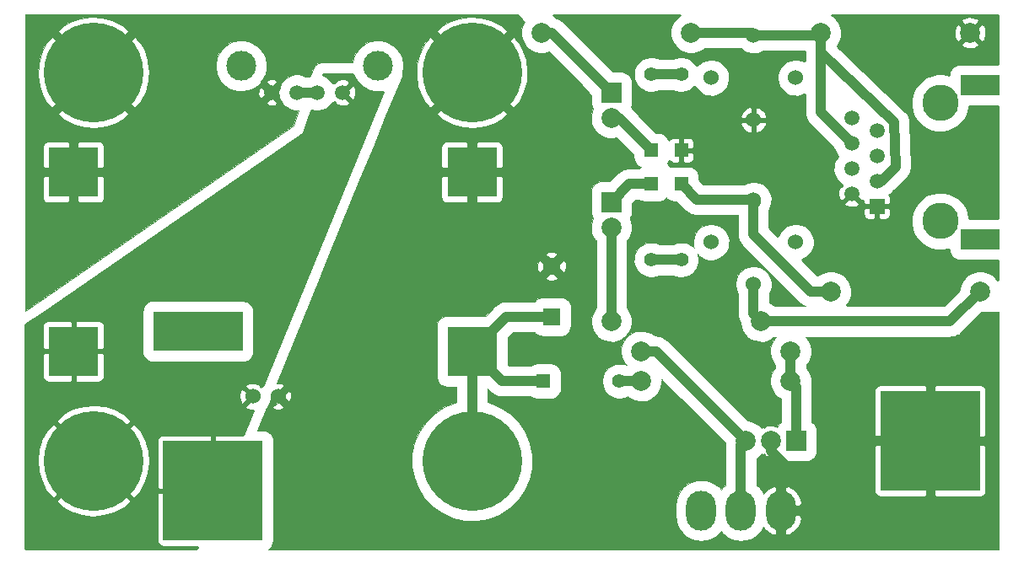
<source format=gtl>
G04 #@! TF.FileFunction,Copper,L1,Top,Signal*
%FSLAX46Y46*%
G04 Gerber Fmt 4.6, Leading zero omitted, Abs format (unit mm)*
G04 Created by KiCad (PCBNEW 4.0.2+dfsg1-stable) date Mi 16 Aug 2017 11:46:23 CEST*
%MOMM*%
G01*
G04 APERTURE LIST*
%ADD10C,0.100000*%
%ADD11C,1.524000*%
%ADD12R,1.397000X1.397000*%
%ADD13C,1.397000*%
%ADD14R,2.000000X2.000000*%
%ADD15C,2.000000*%
%ADD16C,1.998980*%
%ADD17R,1.998980X1.998980*%
%ADD18C,10.000000*%
%ADD19C,1.501140*%
%ADD20C,2.999740*%
%ADD21R,1.778000X1.778000*%
%ADD22C,1.778000*%
%ADD23O,3.000000X4.000000*%
%ADD24R,5.000000X5.000000*%
%ADD25R,9.000000X4.000000*%
%ADD26C,3.649980*%
%ADD27R,1.501140X1.501140*%
%ADD28R,4.000000X2.000000*%
%ADD29R,10.000000X10.000000*%
%ADD30C,0.600000*%
%ADD31C,1.000000*%
%ADD32C,0.254000*%
G04 APERTURE END LIST*
D10*
D11*
X108495281Y-50030000D03*
X104252641Y-54272641D03*
X100010000Y-50030000D03*
X104252641Y-45787359D03*
D12*
X97000000Y-44190000D03*
D13*
X97000000Y-51810000D03*
D12*
X97000000Y-40810000D03*
D13*
X97000000Y-33190000D03*
D12*
X94000000Y-44190000D03*
D13*
X94000000Y-51810000D03*
D14*
X90000000Y-46000000D03*
D15*
X90000000Y-48540000D03*
D14*
X90000000Y-35000000D03*
D15*
X90000000Y-37540000D03*
D12*
X94000000Y-40810000D03*
D13*
X94000000Y-33190000D03*
D11*
X108495281Y-33520000D03*
X104252641Y-37762641D03*
X100010000Y-33520000D03*
X104252641Y-29277359D03*
D12*
X83190000Y-64000000D03*
D13*
X90810000Y-64000000D03*
D16*
X106000000Y-70000000D03*
D17*
X108540000Y-70000000D03*
D16*
X103460000Y-70000000D03*
D18*
X76000000Y-33000000D03*
X38000000Y-33000000D03*
X76000000Y-72000000D03*
X38000000Y-72000000D03*
D19*
X55887140Y-35002120D03*
X58427140Y-35002120D03*
X60459140Y-35002120D03*
X62999140Y-35002120D03*
D20*
X52839140Y-32335120D03*
X66555140Y-32335120D03*
D21*
X84000000Y-57540000D03*
D22*
X84000000Y-52460000D03*
D23*
X107000000Y-77000000D03*
X103000000Y-77000000D03*
X99000000Y-77000000D03*
D16*
X83000000Y-29000000D03*
X98000000Y-29000000D03*
X90000000Y-58000000D03*
X105000000Y-58000000D03*
X111000000Y-29000000D03*
X126000000Y-29000000D03*
X112000000Y-55000000D03*
X127000000Y-55000000D03*
X93000000Y-64000000D03*
X108000000Y-64000000D03*
X108000000Y-61000000D03*
X93000000Y-61000000D03*
D24*
X76000000Y-43000000D03*
X76000000Y-61000000D03*
X36000000Y-61000000D03*
X36000000Y-43000000D03*
D25*
X48500000Y-59000000D03*
D26*
X123000000Y-36061480D03*
X123000000Y-47930900D03*
D27*
X116650000Y-46445000D03*
D19*
X114110000Y-45175000D03*
X116650000Y-43905000D03*
X114110000Y-42635000D03*
X116650000Y-41365000D03*
X114110000Y-40095000D03*
X116650000Y-38825000D03*
X114110000Y-37555000D03*
D28*
X127000000Y-34250000D03*
X127000000Y-49750000D03*
D11*
X54000000Y-65530000D03*
X56540000Y-65530000D03*
D29*
X50000000Y-75000000D03*
X122000000Y-70000000D03*
D30*
X32900000Y-38500000D03*
X80600000Y-44500000D03*
X70100000Y-28900000D03*
X114400000Y-77600000D03*
X112500000Y-66200000D03*
D31*
X112000000Y-55000000D02*
X110000000Y-55000000D01*
X104252641Y-49252641D02*
X104252641Y-45787359D01*
X110000000Y-55000000D02*
X104252641Y-49252641D01*
X104465282Y-46000000D02*
X104252641Y-45787359D01*
X104465282Y-46000000D02*
X104252641Y-45787359D01*
X104252641Y-45787359D02*
X98597359Y-45787359D01*
X98597359Y-45787359D02*
X97000000Y-44190000D01*
X90810000Y-64000000D02*
X93000000Y-64000000D01*
X97000000Y-51810000D02*
X94000000Y-51810000D01*
X105000000Y-58000000D02*
X124000000Y-58000000D01*
X124000000Y-58000000D02*
X127000000Y-55000000D01*
X104252641Y-54272641D02*
X104252641Y-57252641D01*
X104252641Y-57252641D02*
X105000000Y-58000000D01*
X94000000Y-33190000D02*
X97000000Y-33190000D01*
X94000000Y-44190000D02*
X91810000Y-44190000D01*
X91810000Y-44190000D02*
X90000000Y-46000000D01*
X90000000Y-37540000D02*
X90730000Y-37540000D01*
X90730000Y-37540000D02*
X94000000Y-40810000D01*
X90000000Y-48540000D02*
X90000000Y-58000000D01*
X83000000Y-29000000D02*
X84000000Y-29000000D01*
X84000000Y-29000000D02*
X90000000Y-35000000D01*
X116650000Y-43905000D02*
X117095000Y-43905000D01*
X117095000Y-43905000D02*
X118500000Y-42500000D01*
X118500000Y-42500000D02*
X118392084Y-38030937D01*
X118392084Y-38030937D02*
X111000000Y-31000000D01*
X111000000Y-29000000D02*
X111000000Y-31000000D01*
X111000000Y-31000000D02*
X111000000Y-33000000D01*
X111000000Y-33000000D02*
X111000000Y-36985000D01*
X111000000Y-36985000D02*
X114110000Y-40095000D01*
X104252641Y-29277359D02*
X110722641Y-29277359D01*
X110722641Y-29277359D02*
X111000000Y-29000000D01*
X98000000Y-29000000D02*
X103975282Y-29000000D01*
X103975282Y-29000000D02*
X104252641Y-29277359D01*
X122000000Y-70000000D02*
X115000000Y-70000000D01*
X106000000Y-71000000D02*
X106000000Y-70000000D01*
X108000000Y-73000000D02*
X106000000Y-71000000D01*
X112000000Y-73000000D02*
X108000000Y-73000000D01*
X113000000Y-72000000D02*
X112000000Y-73000000D01*
X115000000Y-70000000D02*
X113000000Y-72000000D01*
X108000000Y-61000000D02*
X108000000Y-64000000D01*
X108000000Y-64000000D02*
X108540000Y-64540000D01*
X108540000Y-64540000D02*
X108540000Y-70000000D01*
X58427140Y-35002120D02*
X60459140Y-35002120D01*
X84000000Y-57540000D02*
X79460000Y-57540000D01*
X79460000Y-57540000D02*
X76000000Y-61000000D01*
X83190000Y-64000000D02*
X79000000Y-64000000D01*
X79000000Y-64000000D02*
X76000000Y-61000000D01*
X76000000Y-72000000D02*
X76000000Y-61000000D01*
X93000000Y-61000000D02*
X94460000Y-61000000D01*
X94460000Y-61000000D02*
X103460000Y-70000000D01*
X103000000Y-77000000D02*
X103000000Y-70460000D01*
X103000000Y-70460000D02*
X103460000Y-70000000D01*
X127000000Y-34250000D02*
X126250000Y-34250000D01*
D10*
G36*
X81281366Y-27882218D02*
X81195328Y-28007873D01*
X81036992Y-28377297D01*
X80953427Y-28770440D01*
X80947816Y-29172327D01*
X81020371Y-29567650D01*
X81168330Y-29941351D01*
X81386056Y-30279196D01*
X81665257Y-30568317D01*
X81995298Y-30797702D01*
X82363608Y-30958612D01*
X82756158Y-31044920D01*
X83157996Y-31053337D01*
X83553815Y-30983544D01*
X83725082Y-30917114D01*
X86601975Y-33794007D01*
X87944920Y-35286167D01*
X87944920Y-36000000D01*
X87958254Y-36167209D01*
X88046081Y-36450812D01*
X88161380Y-36625786D01*
X88036504Y-36917143D01*
X87952919Y-37310383D01*
X87947305Y-37712370D01*
X88019879Y-38107791D01*
X88167874Y-38481585D01*
X88385655Y-38819514D01*
X88664926Y-39108707D01*
X88995049Y-39338149D01*
X89363450Y-39499099D01*
X89756097Y-39585429D01*
X90158035Y-39593848D01*
X90526794Y-39528826D01*
X92246420Y-41248451D01*
X92246420Y-41508500D01*
X92259754Y-41675709D01*
X92347581Y-41959312D01*
X92510940Y-42207220D01*
X92736898Y-42399802D01*
X92964419Y-42502361D01*
X92850688Y-42537581D01*
X92695260Y-42640000D01*
X91810000Y-42640000D01*
X91667534Y-42653969D01*
X91524876Y-42666450D01*
X91517046Y-42668725D01*
X91508937Y-42669520D01*
X91371957Y-42710877D01*
X91234380Y-42750846D01*
X91227138Y-42754600D01*
X91219341Y-42756954D01*
X91092981Y-42824141D01*
X90965810Y-42890060D01*
X90959439Y-42895146D01*
X90952243Y-42898972D01*
X90841300Y-42989454D01*
X90729394Y-43078788D01*
X90718051Y-43089974D01*
X90717817Y-43090165D01*
X90717637Y-43090382D01*
X90713985Y-43093984D01*
X89863049Y-43944920D01*
X89000000Y-43944920D01*
X88832791Y-43958254D01*
X88549188Y-44046081D01*
X88301280Y-44209440D01*
X88108698Y-44435398D01*
X87986692Y-44706062D01*
X87944920Y-45000000D01*
X87944920Y-47000000D01*
X87958254Y-47167209D01*
X88046081Y-47450812D01*
X88161380Y-47625786D01*
X88036504Y-47917143D01*
X87952919Y-48310383D01*
X87947305Y-48712370D01*
X88019879Y-49107791D01*
X88167874Y-49481585D01*
X88385655Y-49819514D01*
X88450000Y-49886145D01*
X88450000Y-56649214D01*
X88422403Y-56676239D01*
X88195328Y-57007873D01*
X88036992Y-57377297D01*
X87953427Y-57770440D01*
X87947816Y-58172327D01*
X88020371Y-58567650D01*
X88168330Y-58941351D01*
X88386056Y-59279196D01*
X88665257Y-59568317D01*
X88995298Y-59797702D01*
X89363608Y-59958612D01*
X89756158Y-60044920D01*
X90157996Y-60053337D01*
X90553815Y-59983544D01*
X90928540Y-59838197D01*
X91267898Y-59622835D01*
X91558961Y-59345659D01*
X91790644Y-59017227D01*
X91954122Y-58650050D01*
X92043168Y-58258112D01*
X92049578Y-57799037D01*
X91971510Y-57404766D01*
X91818348Y-57033167D01*
X91595926Y-56698394D01*
X91550000Y-56652146D01*
X91550000Y-51957019D01*
X92249202Y-51957019D01*
X92311102Y-52294284D01*
X92437331Y-52613103D01*
X92623082Y-52901332D01*
X92861279Y-53147992D01*
X93142850Y-53343689D01*
X93457070Y-53480968D01*
X93791969Y-53554601D01*
X94134792Y-53561782D01*
X94472481Y-53502238D01*
X94792174Y-53378238D01*
X94820912Y-53360000D01*
X96180184Y-53360000D01*
X96457070Y-53480968D01*
X96791969Y-53554601D01*
X97134792Y-53561782D01*
X97472481Y-53502238D01*
X97792174Y-53378238D01*
X98081693Y-53194503D01*
X98330010Y-52958034D01*
X98527668Y-52677836D01*
X98667137Y-52364583D01*
X98743106Y-52030205D01*
X98748575Y-51638551D01*
X98681972Y-51302183D01*
X98654065Y-51234475D01*
X98829925Y-51416584D01*
X99121721Y-51619388D01*
X99447352Y-51761652D01*
X99794414Y-51837959D01*
X100149687Y-51845401D01*
X100499640Y-51783695D01*
X100830943Y-51655191D01*
X101130976Y-51464784D01*
X101388312Y-51219727D01*
X101593148Y-50929353D01*
X101737682Y-50604723D01*
X101816410Y-50258203D01*
X101822077Y-49852324D01*
X101753056Y-49503740D01*
X101617642Y-49175202D01*
X101420993Y-48879222D01*
X101170601Y-48627075D01*
X100876001Y-48428365D01*
X100548415Y-48290661D01*
X100200322Y-48219207D01*
X99844979Y-48216727D01*
X99495922Y-48283313D01*
X99166446Y-48416430D01*
X98869100Y-48611007D01*
X98615212Y-48859634D01*
X98414450Y-49152839D01*
X98274462Y-49479455D01*
X98200580Y-49827041D01*
X98195619Y-50182358D01*
X98259766Y-50531871D01*
X98302688Y-50640280D01*
X98119928Y-50456239D01*
X97835653Y-50264493D01*
X97519547Y-50131614D01*
X97183652Y-50062665D01*
X96840762Y-50060271D01*
X96503937Y-50124524D01*
X96186007Y-50252976D01*
X96175273Y-50260000D01*
X94824965Y-50260000D01*
X94519547Y-50131614D01*
X94183652Y-50062665D01*
X93840762Y-50060271D01*
X93503937Y-50124524D01*
X93186007Y-50252976D01*
X92899082Y-50440734D01*
X92654091Y-50680648D01*
X92460364Y-50963578D01*
X92325282Y-51278748D01*
X92253990Y-51614154D01*
X92249202Y-51957019D01*
X91550000Y-51957019D01*
X91550000Y-49894896D01*
X91559348Y-49885994D01*
X91791089Y-49557480D01*
X91954608Y-49190211D01*
X92043676Y-48798176D01*
X92050088Y-48338987D01*
X91972001Y-47944618D01*
X91840121Y-47624653D01*
X91891302Y-47564602D01*
X92013308Y-47293938D01*
X92055080Y-47000000D01*
X92055080Y-46136951D01*
X92452031Y-45740000D01*
X92690198Y-45740000D01*
X92736898Y-45779802D01*
X93007562Y-45901808D01*
X93301500Y-45943580D01*
X94698500Y-45943580D01*
X94865709Y-45930246D01*
X95149312Y-45842419D01*
X95397220Y-45679060D01*
X95495485Y-45563765D01*
X95510940Y-45587220D01*
X95736898Y-45779802D01*
X96007562Y-45901808D01*
X96301500Y-45943580D01*
X96561548Y-45943580D01*
X97501344Y-46883375D01*
X97611971Y-46974245D01*
X97721660Y-47066285D01*
X97728803Y-47070212D01*
X97735101Y-47075385D01*
X97861258Y-47143030D01*
X97986749Y-47212019D01*
X97994520Y-47214484D01*
X98001702Y-47218335D01*
X98138630Y-47260198D01*
X98275096Y-47303488D01*
X98283193Y-47304396D01*
X98290990Y-47306780D01*
X98433479Y-47321253D01*
X98575718Y-47337208D01*
X98591644Y-47337319D01*
X98591948Y-47337350D01*
X98592231Y-47337323D01*
X98597359Y-47337359D01*
X102702641Y-47337359D01*
X102702641Y-49252641D01*
X102716610Y-49395102D01*
X102729091Y-49537766D01*
X102731366Y-49545597D01*
X102732161Y-49553704D01*
X102773528Y-49690718D01*
X102813488Y-49828261D01*
X102817240Y-49835499D01*
X102819595Y-49843300D01*
X102886811Y-49969715D01*
X102952702Y-50096832D01*
X102957786Y-50103201D01*
X102961613Y-50110398D01*
X103052125Y-50221377D01*
X103141430Y-50333247D01*
X103152617Y-50344592D01*
X103152806Y-50344824D01*
X103153020Y-50345001D01*
X103156625Y-50348657D01*
X108903984Y-56096015D01*
X109014580Y-56186859D01*
X109124301Y-56278926D01*
X109131448Y-56282855D01*
X109137742Y-56288025D01*
X109263844Y-56355640D01*
X109389390Y-56424660D01*
X109397163Y-56427126D01*
X109404342Y-56430975D01*
X109466570Y-56450000D01*
X106349259Y-56450000D01*
X106312715Y-56413200D01*
X105979504Y-56188446D01*
X105802641Y-56114099D01*
X105802641Y-55218984D01*
X105835789Y-55171994D01*
X105980323Y-54847364D01*
X106059051Y-54500844D01*
X106064718Y-54094965D01*
X105995697Y-53746381D01*
X105860283Y-53417843D01*
X105663634Y-53121863D01*
X105413242Y-52869716D01*
X105118642Y-52671006D01*
X104791056Y-52533302D01*
X104442963Y-52461848D01*
X104087620Y-52459368D01*
X103738563Y-52525954D01*
X103409087Y-52659071D01*
X103111741Y-52853648D01*
X102857853Y-53102275D01*
X102657091Y-53395480D01*
X102517103Y-53722096D01*
X102443221Y-54069682D01*
X102438260Y-54424999D01*
X102502407Y-54774512D01*
X102633221Y-55104910D01*
X102702641Y-55212628D01*
X102702641Y-57252641D01*
X102716610Y-57395102D01*
X102729091Y-57537766D01*
X102731366Y-57545597D01*
X102732161Y-57553704D01*
X102773528Y-57690718D01*
X102813488Y-57828261D01*
X102817240Y-57835499D01*
X102819595Y-57843300D01*
X102886811Y-57969715D01*
X102948971Y-58089633D01*
X102947816Y-58172327D01*
X103020371Y-58567650D01*
X103168330Y-58941351D01*
X103386056Y-59279196D01*
X103665257Y-59568317D01*
X103995298Y-59797702D01*
X104363608Y-59958612D01*
X104756158Y-60044920D01*
X105157996Y-60053337D01*
X105553815Y-59983544D01*
X105928540Y-59838197D01*
X106267898Y-59622835D01*
X106344382Y-59550000D01*
X106551314Y-59550000D01*
X106422403Y-59676239D01*
X106195328Y-60007873D01*
X106036992Y-60377297D01*
X105953427Y-60770440D01*
X105947816Y-61172327D01*
X106020371Y-61567650D01*
X106168330Y-61941351D01*
X106386056Y-62279196D01*
X106450000Y-62345412D01*
X106450000Y-62649214D01*
X106422403Y-62676239D01*
X106195328Y-63007873D01*
X106036992Y-63377297D01*
X105953427Y-63770440D01*
X105947816Y-64172327D01*
X106020371Y-64567650D01*
X106168330Y-64941351D01*
X106386056Y-65279196D01*
X106665257Y-65568317D01*
X106990000Y-65794020D01*
X106990000Y-68112287D01*
X106841790Y-68209950D01*
X106649208Y-68435908D01*
X106570071Y-68611470D01*
X106516994Y-68522833D01*
X106218879Y-68450356D01*
X105912353Y-68437430D01*
X105609196Y-68484553D01*
X105483006Y-68522833D01*
X105361741Y-68725342D01*
X105211730Y-68575331D01*
X105068996Y-68718065D01*
X105055926Y-68698394D01*
X104772715Y-68413200D01*
X104439504Y-68188446D01*
X104068983Y-68032693D01*
X103675267Y-67951875D01*
X103603404Y-67951373D01*
X95556016Y-59903984D01*
X95445390Y-59813116D01*
X95335699Y-59721074D01*
X95328552Y-59717145D01*
X95322258Y-59711975D01*
X95196121Y-59644340D01*
X95070610Y-59575340D01*
X95062841Y-59572876D01*
X95055658Y-59569024D01*
X94918756Y-59527169D01*
X94782263Y-59483871D01*
X94774161Y-59482962D01*
X94766369Y-59480580D01*
X94623930Y-59466111D01*
X94481641Y-59450151D01*
X94465715Y-59450040D01*
X94465411Y-59450009D01*
X94465128Y-59450036D01*
X94460000Y-59450000D01*
X94349259Y-59450000D01*
X94312715Y-59413200D01*
X93979504Y-59188446D01*
X93608983Y-59032693D01*
X93215267Y-58951875D01*
X92813351Y-58949069D01*
X92418544Y-59024382D01*
X92045885Y-59174946D01*
X91709568Y-59395026D01*
X91422403Y-59676239D01*
X91195328Y-60007873D01*
X91036992Y-60377297D01*
X90953427Y-60770440D01*
X90947816Y-61172327D01*
X91020371Y-61567650D01*
X91168330Y-61941351D01*
X91386056Y-62279196D01*
X91493624Y-62390586D01*
X91329547Y-62321614D01*
X90993652Y-62252665D01*
X90650762Y-62250271D01*
X90313937Y-62314524D01*
X89996007Y-62442976D01*
X89709082Y-62630734D01*
X89464091Y-62870648D01*
X89270364Y-63153578D01*
X89135282Y-63468748D01*
X89063990Y-63804154D01*
X89059202Y-64147019D01*
X89121102Y-64484284D01*
X89247331Y-64803103D01*
X89433082Y-65091332D01*
X89671279Y-65337992D01*
X89952850Y-65533689D01*
X90267070Y-65670968D01*
X90601969Y-65744601D01*
X90944792Y-65751782D01*
X91282481Y-65692238D01*
X91602174Y-65568238D01*
X91630912Y-65550000D01*
X91647568Y-65550000D01*
X91665257Y-65568317D01*
X91995298Y-65797702D01*
X92363608Y-65958612D01*
X92756158Y-66044920D01*
X93157996Y-66053337D01*
X93553815Y-65983544D01*
X93928540Y-65838197D01*
X94267898Y-65622835D01*
X94558961Y-65345659D01*
X94790644Y-65017227D01*
X94954122Y-64650050D01*
X95043168Y-64258112D01*
X95049578Y-63799037D01*
X95045275Y-63777307D01*
X101408263Y-70140294D01*
X101407816Y-70172327D01*
X101452613Y-70416409D01*
X101450151Y-70438359D01*
X101450040Y-70454285D01*
X101450009Y-70454589D01*
X101450036Y-70454872D01*
X101450000Y-70460000D01*
X101450000Y-74475082D01*
X101215858Y-74663337D01*
X100999367Y-74921341D01*
X100809405Y-74688425D01*
X100425942Y-74371196D01*
X99988165Y-74134491D01*
X99512749Y-73987325D01*
X99017802Y-73935304D01*
X98522178Y-73980410D01*
X98044753Y-74120923D01*
X97603714Y-74351493D01*
X97215858Y-74663337D01*
X96895961Y-75044576D01*
X96656205Y-75480690D01*
X96505724Y-75955067D01*
X96450249Y-76449638D01*
X96450000Y-76485242D01*
X96450000Y-77514758D01*
X96498564Y-78010056D01*
X96642408Y-78486487D01*
X96876051Y-78925906D01*
X97190595Y-79311575D01*
X97574058Y-79628804D01*
X98011835Y-79865509D01*
X98487251Y-80012675D01*
X98982198Y-80064696D01*
X99477822Y-80019590D01*
X99955247Y-79879077D01*
X100396286Y-79648507D01*
X100784142Y-79336663D01*
X101000633Y-79078659D01*
X101190595Y-79311575D01*
X101574058Y-79628804D01*
X102011835Y-79865509D01*
X102487251Y-80012675D01*
X102982198Y-80064696D01*
X103477822Y-80019590D01*
X103955247Y-79879077D01*
X104396286Y-79648507D01*
X104784142Y-79336663D01*
X105104039Y-78955424D01*
X105282738Y-78630373D01*
X105450816Y-78863961D01*
X105746679Y-79139984D01*
X106090706Y-79352983D01*
X106241389Y-79413079D01*
X106550000Y-79364978D01*
X106550000Y-77450000D01*
X107450000Y-77450000D01*
X107450000Y-79364978D01*
X107758611Y-79413079D01*
X107909294Y-79352983D01*
X108253321Y-79139984D01*
X108549184Y-78863961D01*
X108785512Y-78535522D01*
X108953224Y-78167289D01*
X109045875Y-77773412D01*
X108923958Y-77450000D01*
X107450000Y-77450000D01*
X106550000Y-77450000D01*
X106530000Y-77450000D01*
X106530000Y-76550000D01*
X106550000Y-76550000D01*
X106550000Y-74635022D01*
X107450000Y-74635022D01*
X107450000Y-76550000D01*
X108923958Y-76550000D01*
X109045875Y-76226588D01*
X108953224Y-75832711D01*
X108785512Y-75464478D01*
X108549184Y-75136039D01*
X108253321Y-74860016D01*
X107909294Y-74647017D01*
X107758611Y-74586921D01*
X107450000Y-74635022D01*
X106550000Y-74635022D01*
X106241389Y-74586921D01*
X106090706Y-74647017D01*
X105746679Y-74860016D01*
X105450816Y-75136039D01*
X105281788Y-75370947D01*
X105123949Y-75074094D01*
X104809405Y-74688425D01*
X104550000Y-74473826D01*
X104550000Y-71735732D01*
X104727898Y-71622835D01*
X105018961Y-71345659D01*
X105066016Y-71278955D01*
X105211730Y-71424669D01*
X105361741Y-71274658D01*
X105483006Y-71477167D01*
X105781121Y-71549644D01*
X106087647Y-71562570D01*
X106390804Y-71515447D01*
X106516994Y-71477167D01*
X106568351Y-71391402D01*
X106586591Y-71450302D01*
X106749950Y-71698210D01*
X106975908Y-71890792D01*
X107246572Y-72012798D01*
X107540510Y-72054570D01*
X109539490Y-72054570D01*
X109706699Y-72041236D01*
X109990302Y-71953409D01*
X110238210Y-71790050D01*
X110430792Y-71564092D01*
X110552798Y-71293428D01*
X110594570Y-70999490D01*
X110594570Y-70589500D01*
X116442000Y-70589500D01*
X116442000Y-75054958D01*
X116463444Y-75162763D01*
X116505507Y-75264312D01*
X116566573Y-75355704D01*
X116644296Y-75433427D01*
X116735688Y-75494493D01*
X116837238Y-75536556D01*
X116945042Y-75558000D01*
X121410500Y-75558000D01*
X121550000Y-75418500D01*
X121550000Y-70450000D01*
X122450000Y-70450000D01*
X122450000Y-75418500D01*
X122589500Y-75558000D01*
X127054958Y-75558000D01*
X127162762Y-75536556D01*
X127264312Y-75494493D01*
X127355704Y-75433427D01*
X127433427Y-75355704D01*
X127494493Y-75264312D01*
X127536556Y-75162763D01*
X127558000Y-75054958D01*
X127558000Y-70589500D01*
X127418500Y-70450000D01*
X122450000Y-70450000D01*
X121550000Y-70450000D01*
X116581500Y-70450000D01*
X116442000Y-70589500D01*
X110594570Y-70589500D01*
X110594570Y-69000510D01*
X110581236Y-68833301D01*
X110493409Y-68549698D01*
X110330050Y-68301790D01*
X110104092Y-68109208D01*
X110090000Y-68102856D01*
X110090000Y-64945042D01*
X116442000Y-64945042D01*
X116442000Y-69410500D01*
X116581500Y-69550000D01*
X121550000Y-69550000D01*
X121550000Y-64581500D01*
X122450000Y-64581500D01*
X122450000Y-69550000D01*
X127418500Y-69550000D01*
X127558000Y-69410500D01*
X127558000Y-64945042D01*
X127536556Y-64837237D01*
X127494493Y-64735688D01*
X127433427Y-64644296D01*
X127355704Y-64566573D01*
X127264312Y-64505507D01*
X127162762Y-64463444D01*
X127054958Y-64442000D01*
X122589500Y-64442000D01*
X122450000Y-64581500D01*
X121550000Y-64581500D01*
X121410500Y-64442000D01*
X116945042Y-64442000D01*
X116837238Y-64463444D01*
X116735688Y-64505507D01*
X116644296Y-64566573D01*
X116566573Y-64644296D01*
X116505507Y-64735688D01*
X116463444Y-64837237D01*
X116442000Y-64945042D01*
X110090000Y-64945042D01*
X110090000Y-64540000D01*
X110076032Y-64397543D01*
X110063550Y-64254875D01*
X110061275Y-64247044D01*
X110060480Y-64238937D01*
X110044189Y-64184979D01*
X110049578Y-63799037D01*
X109971510Y-63404766D01*
X109818348Y-63033167D01*
X109595926Y-62698394D01*
X109550000Y-62652146D01*
X109550000Y-62354192D01*
X109558961Y-62345659D01*
X109790644Y-62017227D01*
X109954122Y-61650050D01*
X110043168Y-61258112D01*
X110049578Y-60799037D01*
X109971510Y-60404766D01*
X109818348Y-60033167D01*
X109595926Y-59698394D01*
X109448564Y-59550000D01*
X124000000Y-59550000D01*
X124142461Y-59536031D01*
X124285125Y-59523550D01*
X124292956Y-59521275D01*
X124301063Y-59520480D01*
X124438077Y-59479113D01*
X124575620Y-59439153D01*
X124582858Y-59435401D01*
X124590659Y-59433046D01*
X124717074Y-59365830D01*
X124844191Y-59299939D01*
X124850560Y-59294855D01*
X124857757Y-59291028D01*
X124968736Y-59200516D01*
X125080606Y-59111211D01*
X125091951Y-59100024D01*
X125092183Y-59099835D01*
X125092360Y-59099621D01*
X125096016Y-59096016D01*
X127139090Y-57052941D01*
X127157996Y-57053337D01*
X127176921Y-57050000D01*
X128875000Y-57050000D01*
X128875000Y-80875000D01*
X55570577Y-80875000D01*
X55698720Y-80790560D01*
X55891302Y-80564602D01*
X56013308Y-80293938D01*
X56055080Y-80000000D01*
X56055080Y-72508700D01*
X69942048Y-72508700D01*
X70156228Y-73675675D01*
X70592995Y-74778823D01*
X71235714Y-75776127D01*
X72059902Y-76629599D01*
X73034168Y-77306732D01*
X74121401Y-77781732D01*
X75280190Y-78036508D01*
X76466396Y-78061356D01*
X77634837Y-77855328D01*
X78741008Y-77426273D01*
X79742774Y-76790532D01*
X80601980Y-75972322D01*
X81285897Y-75002807D01*
X81768476Y-73918917D01*
X82031336Y-72761935D01*
X82050259Y-71406767D01*
X81819807Y-70242897D01*
X81367679Y-69145954D01*
X80711099Y-68157721D01*
X79875074Y-67315840D01*
X78891449Y-66652376D01*
X77797690Y-66192602D01*
X77550000Y-66141759D01*
X77550000Y-64742031D01*
X77903985Y-65096016D01*
X78014612Y-65186886D01*
X78124301Y-65278926D01*
X78131444Y-65282853D01*
X78137742Y-65288026D01*
X78263899Y-65355671D01*
X78389390Y-65424660D01*
X78397161Y-65427125D01*
X78404343Y-65430976D01*
X78541271Y-65472839D01*
X78677737Y-65516129D01*
X78685834Y-65517037D01*
X78693631Y-65519421D01*
X78836120Y-65533894D01*
X78978359Y-65549849D01*
X78994285Y-65549960D01*
X78994589Y-65549991D01*
X78994872Y-65549964D01*
X79000000Y-65550000D01*
X81880198Y-65550000D01*
X81926898Y-65589802D01*
X82197562Y-65711808D01*
X82491500Y-65753580D01*
X83888500Y-65753580D01*
X84055709Y-65740246D01*
X84339312Y-65652419D01*
X84587220Y-65489060D01*
X84779802Y-65263102D01*
X84901808Y-64992438D01*
X84943580Y-64698500D01*
X84943580Y-63301500D01*
X84930246Y-63134291D01*
X84842419Y-62850688D01*
X84679060Y-62602780D01*
X84453102Y-62410198D01*
X84182438Y-62288192D01*
X83888500Y-62246420D01*
X82491500Y-62246420D01*
X82324291Y-62259754D01*
X82040688Y-62347581D01*
X81885260Y-62450000D01*
X79642031Y-62450000D01*
X79555080Y-62363049D01*
X79555080Y-59636951D01*
X80102031Y-59090000D01*
X82295584Y-59090000D01*
X82320440Y-59127720D01*
X82546398Y-59320302D01*
X82817062Y-59442308D01*
X83111000Y-59484080D01*
X84889000Y-59484080D01*
X85056209Y-59470746D01*
X85339812Y-59382919D01*
X85587720Y-59219560D01*
X85780302Y-58993602D01*
X85902308Y-58722938D01*
X85944080Y-58429000D01*
X85944080Y-56651000D01*
X85930746Y-56483791D01*
X85842919Y-56200188D01*
X85679560Y-55952280D01*
X85453602Y-55759698D01*
X85182938Y-55637692D01*
X84889000Y-55595920D01*
X83111000Y-55595920D01*
X82943791Y-55609254D01*
X82660188Y-55697081D01*
X82412280Y-55860440D01*
X82301857Y-55990000D01*
X79460000Y-55990000D01*
X79317534Y-56003969D01*
X79174876Y-56016450D01*
X79167046Y-56018725D01*
X79158937Y-56019520D01*
X79021911Y-56060890D01*
X78884380Y-56100847D01*
X78877142Y-56104599D01*
X78869341Y-56106954D01*
X78742966Y-56174149D01*
X78615809Y-56240060D01*
X78609436Y-56245147D01*
X78602243Y-56248972D01*
X78491292Y-56339461D01*
X78379394Y-56428789D01*
X78368053Y-56439973D01*
X78367817Y-56440165D01*
X78367636Y-56440383D01*
X78363985Y-56443984D01*
X77363049Y-57444920D01*
X73500000Y-57444920D01*
X73332791Y-57458254D01*
X73049188Y-57546081D01*
X72801280Y-57709440D01*
X72608698Y-57935398D01*
X72486692Y-58206062D01*
X72444920Y-58500000D01*
X72444920Y-63500000D01*
X72458254Y-63667209D01*
X72546081Y-63950812D01*
X72709440Y-64198720D01*
X72935398Y-64391302D01*
X73206062Y-64513308D01*
X73500000Y-64555080D01*
X74450000Y-64555080D01*
X74450000Y-66136320D01*
X74283569Y-66168068D01*
X73183497Y-66612527D01*
X72190704Y-67262192D01*
X71343007Y-68092319D01*
X70672692Y-69071288D01*
X70205294Y-70161811D01*
X69958614Y-71322350D01*
X69942048Y-72508700D01*
X56055080Y-72508700D01*
X56055080Y-70000000D01*
X56041746Y-69832791D01*
X55953919Y-69549188D01*
X55790560Y-69301280D01*
X55564602Y-69108698D01*
X55293938Y-68986692D01*
X55000000Y-68944920D01*
X54462700Y-68944920D01*
X55366256Y-66731208D01*
X55378312Y-66719727D01*
X55466828Y-66594247D01*
X56014568Y-66594247D01*
X56101461Y-66781794D01*
X56354100Y-66843295D01*
X56613883Y-66854328D01*
X56870827Y-66814468D01*
X56978539Y-66781794D01*
X57065432Y-66594247D01*
X56540000Y-66068815D01*
X56014568Y-66594247D01*
X55466828Y-66594247D01*
X55583148Y-66429353D01*
X55727682Y-66104723D01*
X55806410Y-65758203D01*
X55806883Y-65724302D01*
X56001185Y-65530000D01*
X57078815Y-65530000D01*
X57604247Y-66055432D01*
X57791794Y-65968539D01*
X57853295Y-65715900D01*
X57864328Y-65456117D01*
X57824468Y-65199173D01*
X57791794Y-65091461D01*
X57604247Y-65004568D01*
X57078815Y-65530000D01*
X56001185Y-65530000D01*
X55938252Y-65467067D01*
X56477067Y-64928252D01*
X56540000Y-64991185D01*
X57065432Y-64465753D01*
X56978539Y-64278206D01*
X56725900Y-64216705D01*
X56466117Y-64205672D01*
X56392421Y-64217105D01*
X60705912Y-53649047D01*
X83439571Y-53649047D01*
X83545883Y-53841267D01*
X83824081Y-53903320D01*
X84109039Y-53909908D01*
X84389807Y-53860776D01*
X84454117Y-53841267D01*
X84560429Y-53649047D01*
X84000000Y-53088618D01*
X83439571Y-53649047D01*
X60705912Y-53649047D01*
X61146732Y-52569039D01*
X82550092Y-52569039D01*
X82599224Y-52849807D01*
X82618733Y-52914117D01*
X82810953Y-53020429D01*
X83371382Y-52460000D01*
X84628618Y-52460000D01*
X85189047Y-53020429D01*
X85381267Y-52914117D01*
X85443320Y-52635919D01*
X85449908Y-52350961D01*
X85400776Y-52070193D01*
X85381267Y-52005883D01*
X85189047Y-51899571D01*
X84628618Y-52460000D01*
X83371382Y-52460000D01*
X82810953Y-51899571D01*
X82618733Y-52005883D01*
X82556680Y-52284081D01*
X82550092Y-52569039D01*
X61146732Y-52569039D01*
X61676563Y-51270953D01*
X83439571Y-51270953D01*
X84000000Y-51831382D01*
X84560429Y-51270953D01*
X84454117Y-51078733D01*
X84175919Y-51016680D01*
X83890961Y-51010092D01*
X83610193Y-51059224D01*
X83545883Y-51078733D01*
X83439571Y-51270953D01*
X61676563Y-51270953D01*
X64811850Y-43589500D01*
X72942000Y-43589500D01*
X72942000Y-45554958D01*
X72963444Y-45662763D01*
X73005507Y-45764312D01*
X73066573Y-45855704D01*
X73144296Y-45933427D01*
X73235688Y-45994493D01*
X73337238Y-46036556D01*
X73445042Y-46058000D01*
X75410500Y-46058000D01*
X75550000Y-45918500D01*
X75550000Y-43450000D01*
X76450000Y-43450000D01*
X76450000Y-45918500D01*
X76589500Y-46058000D01*
X78554958Y-46058000D01*
X78662762Y-46036556D01*
X78764312Y-45994493D01*
X78855704Y-45933427D01*
X78933427Y-45855704D01*
X78994493Y-45764312D01*
X79036556Y-45662763D01*
X79058000Y-45554958D01*
X79058000Y-43589500D01*
X78918500Y-43450000D01*
X76450000Y-43450000D01*
X75550000Y-43450000D01*
X73081500Y-43450000D01*
X72942000Y-43589500D01*
X64811850Y-43589500D01*
X66095302Y-40445042D01*
X72942000Y-40445042D01*
X72942000Y-42410500D01*
X73081500Y-42550000D01*
X75550000Y-42550000D01*
X75550000Y-40081500D01*
X76450000Y-40081500D01*
X76450000Y-42550000D01*
X78918500Y-42550000D01*
X79058000Y-42410500D01*
X79058000Y-40445042D01*
X79036556Y-40337237D01*
X78994493Y-40235688D01*
X78933427Y-40144296D01*
X78855704Y-40066573D01*
X78764312Y-40005507D01*
X78662762Y-39963444D01*
X78554958Y-39942000D01*
X76589500Y-39942000D01*
X76450000Y-40081500D01*
X75550000Y-40081500D01*
X75410500Y-39942000D01*
X73445042Y-39942000D01*
X73337238Y-39963444D01*
X73235688Y-40005507D01*
X73144296Y-40066573D01*
X73066573Y-40144296D01*
X73005507Y-40235688D01*
X72963444Y-40337237D01*
X72942000Y-40445042D01*
X66095302Y-40445042D01*
X67437972Y-37155502D01*
X72480894Y-37155502D01*
X73092013Y-37768086D01*
X74078097Y-38243789D01*
X75138038Y-38517976D01*
X76231104Y-38580110D01*
X77315289Y-38427803D01*
X78348928Y-38066909D01*
X78907987Y-37768086D01*
X79519106Y-37155502D01*
X76000000Y-33636396D01*
X72480894Y-37155502D01*
X67437972Y-37155502D01*
X68972140Y-33396792D01*
X69007035Y-33231104D01*
X70419890Y-33231104D01*
X70572197Y-34315289D01*
X70933091Y-35348928D01*
X71231914Y-35907987D01*
X71844498Y-36519106D01*
X75363604Y-33000000D01*
X76636396Y-33000000D01*
X80155502Y-36519106D01*
X80768086Y-35907987D01*
X81243789Y-34921903D01*
X81517976Y-33861962D01*
X81580110Y-32768896D01*
X81427803Y-31684711D01*
X81066909Y-30651072D01*
X80768086Y-30092013D01*
X80155502Y-29480894D01*
X76636396Y-33000000D01*
X75363604Y-33000000D01*
X71844498Y-29480894D01*
X71231914Y-30092013D01*
X70756211Y-31078097D01*
X70482024Y-32138038D01*
X70419890Y-33231104D01*
X69007035Y-33231104D01*
X69049599Y-33029008D01*
X69033495Y-32936402D01*
X69097144Y-32656250D01*
X69105120Y-32085092D01*
X69007992Y-31594560D01*
X68817435Y-31132236D01*
X68540709Y-30715729D01*
X68188353Y-30360905D01*
X67773788Y-30081277D01*
X67312806Y-29887498D01*
X66822964Y-29786948D01*
X66322920Y-29783457D01*
X65831722Y-29877158D01*
X65368079Y-30064482D01*
X64949651Y-30338294D01*
X64592375Y-30688164D01*
X64309860Y-31100767D01*
X64112867Y-31560385D01*
X64030052Y-31950000D01*
X61000000Y-31950000D01*
X60543445Y-32054454D01*
X60211544Y-32306575D01*
X60003883Y-32667961D01*
X59781988Y-33333647D01*
X59620907Y-33398728D01*
X59539315Y-33452120D01*
X59349252Y-33452120D01*
X59287678Y-33410588D01*
X58962159Y-33273752D01*
X58616261Y-33202749D01*
X58263160Y-33200284D01*
X57916305Y-33266450D01*
X57588907Y-33398728D01*
X57293437Y-33592078D01*
X57041150Y-33839136D01*
X56841654Y-34130492D01*
X56702549Y-34455048D01*
X56631720Y-34788273D01*
X56417873Y-35002120D01*
X56636552Y-35220799D01*
X56687947Y-35500826D01*
X56817935Y-35829139D01*
X57009218Y-36125951D01*
X57254508Y-36379958D01*
X57544464Y-36581482D01*
X57868041Y-36722849D01*
X58212914Y-36798675D01*
X58565946Y-36806070D01*
X58628171Y-36795098D01*
X58114894Y-38334928D01*
X31125000Y-56948648D01*
X31125000Y-43589500D01*
X32942000Y-43589500D01*
X32942000Y-45554958D01*
X32963444Y-45662763D01*
X33005507Y-45764312D01*
X33066573Y-45855704D01*
X33144296Y-45933427D01*
X33235688Y-45994493D01*
X33337238Y-46036556D01*
X33445042Y-46058000D01*
X35410500Y-46058000D01*
X35550000Y-45918500D01*
X35550000Y-43450000D01*
X36450000Y-43450000D01*
X36450000Y-45918500D01*
X36589500Y-46058000D01*
X38554958Y-46058000D01*
X38662762Y-46036556D01*
X38764312Y-45994493D01*
X38855704Y-45933427D01*
X38933427Y-45855704D01*
X38994493Y-45764312D01*
X39036556Y-45662763D01*
X39058000Y-45554958D01*
X39058000Y-43589500D01*
X38918500Y-43450000D01*
X36450000Y-43450000D01*
X35550000Y-43450000D01*
X33081500Y-43450000D01*
X32942000Y-43589500D01*
X31125000Y-43589500D01*
X31125000Y-40445042D01*
X32942000Y-40445042D01*
X32942000Y-42410500D01*
X33081500Y-42550000D01*
X35550000Y-42550000D01*
X35550000Y-40081500D01*
X36450000Y-40081500D01*
X36450000Y-42550000D01*
X38918500Y-42550000D01*
X39058000Y-42410500D01*
X39058000Y-40445042D01*
X39036556Y-40337237D01*
X38994493Y-40235688D01*
X38933427Y-40144296D01*
X38855704Y-40066573D01*
X38764312Y-40005507D01*
X38662762Y-39963444D01*
X38554958Y-39942000D01*
X36589500Y-39942000D01*
X36450000Y-40081500D01*
X35550000Y-40081500D01*
X35410500Y-39942000D01*
X33445042Y-39942000D01*
X33337238Y-39963444D01*
X33235688Y-40005507D01*
X33144296Y-40066573D01*
X33066573Y-40144296D01*
X33005507Y-40235688D01*
X32963444Y-40337237D01*
X32942000Y-40445042D01*
X31125000Y-40445042D01*
X31125000Y-37155502D01*
X34480894Y-37155502D01*
X35092013Y-37768086D01*
X36078097Y-38243789D01*
X37138038Y-38517976D01*
X38231104Y-38580110D01*
X39315289Y-38427803D01*
X40348928Y-38066909D01*
X40907987Y-37768086D01*
X41519106Y-37155502D01*
X38000000Y-33636396D01*
X34480894Y-37155502D01*
X31125000Y-37155502D01*
X31125000Y-33231104D01*
X32419890Y-33231104D01*
X32572197Y-34315289D01*
X32933091Y-35348928D01*
X33231914Y-35907987D01*
X33844498Y-36519106D01*
X37363604Y-33000000D01*
X38636396Y-33000000D01*
X42155502Y-36519106D01*
X42620601Y-36055119D01*
X55364874Y-36055119D01*
X55450019Y-36242238D01*
X55700354Y-36303687D01*
X55957866Y-36315118D01*
X56212661Y-36276092D01*
X56324261Y-36242238D01*
X56409406Y-36055119D01*
X55887140Y-35532853D01*
X55364874Y-36055119D01*
X42620601Y-36055119D01*
X42768086Y-35907987D01*
X43170971Y-35072846D01*
X54574142Y-35072846D01*
X54613168Y-35327641D01*
X54647022Y-35439241D01*
X54834141Y-35524386D01*
X55356407Y-35002120D01*
X54834141Y-34479854D01*
X54647022Y-34564999D01*
X54585573Y-34815334D01*
X54574142Y-35072846D01*
X43170971Y-35072846D01*
X43243789Y-34921903D01*
X43517976Y-33861962D01*
X43580110Y-32768896D01*
X43549292Y-32549520D01*
X50285918Y-32549520D01*
X50376188Y-33041360D01*
X50560270Y-33506300D01*
X50831154Y-33926630D01*
X51178522Y-34286340D01*
X51589142Y-34571728D01*
X52047374Y-34771925D01*
X52535764Y-34879304D01*
X53035710Y-34889777D01*
X53528169Y-34802943D01*
X53994382Y-34622111D01*
X54416593Y-34354167D01*
X54778719Y-34009319D01*
X54821184Y-33949121D01*
X55364874Y-33949121D01*
X55887140Y-34471387D01*
X56409406Y-33949121D01*
X56324261Y-33762002D01*
X56073926Y-33700553D01*
X55816414Y-33689122D01*
X55561619Y-33728148D01*
X55450019Y-33762002D01*
X55364874Y-33949121D01*
X54821184Y-33949121D01*
X55066967Y-33600702D01*
X55270358Y-33143878D01*
X55381144Y-32656250D01*
X55389120Y-32085092D01*
X55291992Y-31594560D01*
X55101435Y-31132236D01*
X54824709Y-30715729D01*
X54472353Y-30360905D01*
X54057788Y-30081277D01*
X53596806Y-29887498D01*
X53106964Y-29786948D01*
X52606920Y-29783457D01*
X52115722Y-29877158D01*
X51652079Y-30064482D01*
X51233651Y-30338294D01*
X50876375Y-30688164D01*
X50593860Y-31100767D01*
X50396867Y-31560385D01*
X50292900Y-32049513D01*
X50285918Y-32549520D01*
X43549292Y-32549520D01*
X43427803Y-31684711D01*
X43066909Y-30651072D01*
X42768086Y-30092013D01*
X42155502Y-29480894D01*
X38636396Y-33000000D01*
X37363604Y-33000000D01*
X33844498Y-29480894D01*
X33231914Y-30092013D01*
X32756211Y-31078097D01*
X32482024Y-32138038D01*
X32419890Y-33231104D01*
X31125000Y-33231104D01*
X31125000Y-28844498D01*
X34480894Y-28844498D01*
X38000000Y-32363604D01*
X41519106Y-28844498D01*
X72480894Y-28844498D01*
X76000000Y-32363604D01*
X79519106Y-28844498D01*
X78907987Y-28231914D01*
X77921903Y-27756211D01*
X76861962Y-27482024D01*
X75768896Y-27419890D01*
X74684711Y-27572197D01*
X73651072Y-27933091D01*
X73092013Y-28231914D01*
X72480894Y-28844498D01*
X41519106Y-28844498D01*
X40907987Y-28231914D01*
X39921903Y-27756211D01*
X38861962Y-27482024D01*
X37768896Y-27419890D01*
X36684711Y-27572197D01*
X35651072Y-27933091D01*
X35092013Y-28231914D01*
X34480894Y-28844498D01*
X31125000Y-28844498D01*
X31125000Y-27125000D01*
X80599869Y-27125000D01*
X81281366Y-27882218D01*
X81281366Y-27882218D01*
G37*
X81281366Y-27882218D02*
X81195328Y-28007873D01*
X81036992Y-28377297D01*
X80953427Y-28770440D01*
X80947816Y-29172327D01*
X81020371Y-29567650D01*
X81168330Y-29941351D01*
X81386056Y-30279196D01*
X81665257Y-30568317D01*
X81995298Y-30797702D01*
X82363608Y-30958612D01*
X82756158Y-31044920D01*
X83157996Y-31053337D01*
X83553815Y-30983544D01*
X83725082Y-30917114D01*
X86601975Y-33794007D01*
X87944920Y-35286167D01*
X87944920Y-36000000D01*
X87958254Y-36167209D01*
X88046081Y-36450812D01*
X88161380Y-36625786D01*
X88036504Y-36917143D01*
X87952919Y-37310383D01*
X87947305Y-37712370D01*
X88019879Y-38107791D01*
X88167874Y-38481585D01*
X88385655Y-38819514D01*
X88664926Y-39108707D01*
X88995049Y-39338149D01*
X89363450Y-39499099D01*
X89756097Y-39585429D01*
X90158035Y-39593848D01*
X90526794Y-39528826D01*
X92246420Y-41248451D01*
X92246420Y-41508500D01*
X92259754Y-41675709D01*
X92347581Y-41959312D01*
X92510940Y-42207220D01*
X92736898Y-42399802D01*
X92964419Y-42502361D01*
X92850688Y-42537581D01*
X92695260Y-42640000D01*
X91810000Y-42640000D01*
X91667534Y-42653969D01*
X91524876Y-42666450D01*
X91517046Y-42668725D01*
X91508937Y-42669520D01*
X91371957Y-42710877D01*
X91234380Y-42750846D01*
X91227138Y-42754600D01*
X91219341Y-42756954D01*
X91092981Y-42824141D01*
X90965810Y-42890060D01*
X90959439Y-42895146D01*
X90952243Y-42898972D01*
X90841300Y-42989454D01*
X90729394Y-43078788D01*
X90718051Y-43089974D01*
X90717817Y-43090165D01*
X90717637Y-43090382D01*
X90713985Y-43093984D01*
X89863049Y-43944920D01*
X89000000Y-43944920D01*
X88832791Y-43958254D01*
X88549188Y-44046081D01*
X88301280Y-44209440D01*
X88108698Y-44435398D01*
X87986692Y-44706062D01*
X87944920Y-45000000D01*
X87944920Y-47000000D01*
X87958254Y-47167209D01*
X88046081Y-47450812D01*
X88161380Y-47625786D01*
X88036504Y-47917143D01*
X87952919Y-48310383D01*
X87947305Y-48712370D01*
X88019879Y-49107791D01*
X88167874Y-49481585D01*
X88385655Y-49819514D01*
X88450000Y-49886145D01*
X88450000Y-56649214D01*
X88422403Y-56676239D01*
X88195328Y-57007873D01*
X88036992Y-57377297D01*
X87953427Y-57770440D01*
X87947816Y-58172327D01*
X88020371Y-58567650D01*
X88168330Y-58941351D01*
X88386056Y-59279196D01*
X88665257Y-59568317D01*
X88995298Y-59797702D01*
X89363608Y-59958612D01*
X89756158Y-60044920D01*
X90157996Y-60053337D01*
X90553815Y-59983544D01*
X90928540Y-59838197D01*
X91267898Y-59622835D01*
X91558961Y-59345659D01*
X91790644Y-59017227D01*
X91954122Y-58650050D01*
X92043168Y-58258112D01*
X92049578Y-57799037D01*
X91971510Y-57404766D01*
X91818348Y-57033167D01*
X91595926Y-56698394D01*
X91550000Y-56652146D01*
X91550000Y-51957019D01*
X92249202Y-51957019D01*
X92311102Y-52294284D01*
X92437331Y-52613103D01*
X92623082Y-52901332D01*
X92861279Y-53147992D01*
X93142850Y-53343689D01*
X93457070Y-53480968D01*
X93791969Y-53554601D01*
X94134792Y-53561782D01*
X94472481Y-53502238D01*
X94792174Y-53378238D01*
X94820912Y-53360000D01*
X96180184Y-53360000D01*
X96457070Y-53480968D01*
X96791969Y-53554601D01*
X97134792Y-53561782D01*
X97472481Y-53502238D01*
X97792174Y-53378238D01*
X98081693Y-53194503D01*
X98330010Y-52958034D01*
X98527668Y-52677836D01*
X98667137Y-52364583D01*
X98743106Y-52030205D01*
X98748575Y-51638551D01*
X98681972Y-51302183D01*
X98654065Y-51234475D01*
X98829925Y-51416584D01*
X99121721Y-51619388D01*
X99447352Y-51761652D01*
X99794414Y-51837959D01*
X100149687Y-51845401D01*
X100499640Y-51783695D01*
X100830943Y-51655191D01*
X101130976Y-51464784D01*
X101388312Y-51219727D01*
X101593148Y-50929353D01*
X101737682Y-50604723D01*
X101816410Y-50258203D01*
X101822077Y-49852324D01*
X101753056Y-49503740D01*
X101617642Y-49175202D01*
X101420993Y-48879222D01*
X101170601Y-48627075D01*
X100876001Y-48428365D01*
X100548415Y-48290661D01*
X100200322Y-48219207D01*
X99844979Y-48216727D01*
X99495922Y-48283313D01*
X99166446Y-48416430D01*
X98869100Y-48611007D01*
X98615212Y-48859634D01*
X98414450Y-49152839D01*
X98274462Y-49479455D01*
X98200580Y-49827041D01*
X98195619Y-50182358D01*
X98259766Y-50531871D01*
X98302688Y-50640280D01*
X98119928Y-50456239D01*
X97835653Y-50264493D01*
X97519547Y-50131614D01*
X97183652Y-50062665D01*
X96840762Y-50060271D01*
X96503937Y-50124524D01*
X96186007Y-50252976D01*
X96175273Y-50260000D01*
X94824965Y-50260000D01*
X94519547Y-50131614D01*
X94183652Y-50062665D01*
X93840762Y-50060271D01*
X93503937Y-50124524D01*
X93186007Y-50252976D01*
X92899082Y-50440734D01*
X92654091Y-50680648D01*
X92460364Y-50963578D01*
X92325282Y-51278748D01*
X92253990Y-51614154D01*
X92249202Y-51957019D01*
X91550000Y-51957019D01*
X91550000Y-49894896D01*
X91559348Y-49885994D01*
X91791089Y-49557480D01*
X91954608Y-49190211D01*
X92043676Y-48798176D01*
X92050088Y-48338987D01*
X91972001Y-47944618D01*
X91840121Y-47624653D01*
X91891302Y-47564602D01*
X92013308Y-47293938D01*
X92055080Y-47000000D01*
X92055080Y-46136951D01*
X92452031Y-45740000D01*
X92690198Y-45740000D01*
X92736898Y-45779802D01*
X93007562Y-45901808D01*
X93301500Y-45943580D01*
X94698500Y-45943580D01*
X94865709Y-45930246D01*
X95149312Y-45842419D01*
X95397220Y-45679060D01*
X95495485Y-45563765D01*
X95510940Y-45587220D01*
X95736898Y-45779802D01*
X96007562Y-45901808D01*
X96301500Y-45943580D01*
X96561548Y-45943580D01*
X97501344Y-46883375D01*
X97611971Y-46974245D01*
X97721660Y-47066285D01*
X97728803Y-47070212D01*
X97735101Y-47075385D01*
X97861258Y-47143030D01*
X97986749Y-47212019D01*
X97994520Y-47214484D01*
X98001702Y-47218335D01*
X98138630Y-47260198D01*
X98275096Y-47303488D01*
X98283193Y-47304396D01*
X98290990Y-47306780D01*
X98433479Y-47321253D01*
X98575718Y-47337208D01*
X98591644Y-47337319D01*
X98591948Y-47337350D01*
X98592231Y-47337323D01*
X98597359Y-47337359D01*
X102702641Y-47337359D01*
X102702641Y-49252641D01*
X102716610Y-49395102D01*
X102729091Y-49537766D01*
X102731366Y-49545597D01*
X102732161Y-49553704D01*
X102773528Y-49690718D01*
X102813488Y-49828261D01*
X102817240Y-49835499D01*
X102819595Y-49843300D01*
X102886811Y-49969715D01*
X102952702Y-50096832D01*
X102957786Y-50103201D01*
X102961613Y-50110398D01*
X103052125Y-50221377D01*
X103141430Y-50333247D01*
X103152617Y-50344592D01*
X103152806Y-50344824D01*
X103153020Y-50345001D01*
X103156625Y-50348657D01*
X108903984Y-56096015D01*
X109014580Y-56186859D01*
X109124301Y-56278926D01*
X109131448Y-56282855D01*
X109137742Y-56288025D01*
X109263844Y-56355640D01*
X109389390Y-56424660D01*
X109397163Y-56427126D01*
X109404342Y-56430975D01*
X109466570Y-56450000D01*
X106349259Y-56450000D01*
X106312715Y-56413200D01*
X105979504Y-56188446D01*
X105802641Y-56114099D01*
X105802641Y-55218984D01*
X105835789Y-55171994D01*
X105980323Y-54847364D01*
X106059051Y-54500844D01*
X106064718Y-54094965D01*
X105995697Y-53746381D01*
X105860283Y-53417843D01*
X105663634Y-53121863D01*
X105413242Y-52869716D01*
X105118642Y-52671006D01*
X104791056Y-52533302D01*
X104442963Y-52461848D01*
X104087620Y-52459368D01*
X103738563Y-52525954D01*
X103409087Y-52659071D01*
X103111741Y-52853648D01*
X102857853Y-53102275D01*
X102657091Y-53395480D01*
X102517103Y-53722096D01*
X102443221Y-54069682D01*
X102438260Y-54424999D01*
X102502407Y-54774512D01*
X102633221Y-55104910D01*
X102702641Y-55212628D01*
X102702641Y-57252641D01*
X102716610Y-57395102D01*
X102729091Y-57537766D01*
X102731366Y-57545597D01*
X102732161Y-57553704D01*
X102773528Y-57690718D01*
X102813488Y-57828261D01*
X102817240Y-57835499D01*
X102819595Y-57843300D01*
X102886811Y-57969715D01*
X102948971Y-58089633D01*
X102947816Y-58172327D01*
X103020371Y-58567650D01*
X103168330Y-58941351D01*
X103386056Y-59279196D01*
X103665257Y-59568317D01*
X103995298Y-59797702D01*
X104363608Y-59958612D01*
X104756158Y-60044920D01*
X105157996Y-60053337D01*
X105553815Y-59983544D01*
X105928540Y-59838197D01*
X106267898Y-59622835D01*
X106344382Y-59550000D01*
X106551314Y-59550000D01*
X106422403Y-59676239D01*
X106195328Y-60007873D01*
X106036992Y-60377297D01*
X105953427Y-60770440D01*
X105947816Y-61172327D01*
X106020371Y-61567650D01*
X106168330Y-61941351D01*
X106386056Y-62279196D01*
X106450000Y-62345412D01*
X106450000Y-62649214D01*
X106422403Y-62676239D01*
X106195328Y-63007873D01*
X106036992Y-63377297D01*
X105953427Y-63770440D01*
X105947816Y-64172327D01*
X106020371Y-64567650D01*
X106168330Y-64941351D01*
X106386056Y-65279196D01*
X106665257Y-65568317D01*
X106990000Y-65794020D01*
X106990000Y-68112287D01*
X106841790Y-68209950D01*
X106649208Y-68435908D01*
X106570071Y-68611470D01*
X106516994Y-68522833D01*
X106218879Y-68450356D01*
X105912353Y-68437430D01*
X105609196Y-68484553D01*
X105483006Y-68522833D01*
X105361741Y-68725342D01*
X105211730Y-68575331D01*
X105068996Y-68718065D01*
X105055926Y-68698394D01*
X104772715Y-68413200D01*
X104439504Y-68188446D01*
X104068983Y-68032693D01*
X103675267Y-67951875D01*
X103603404Y-67951373D01*
X95556016Y-59903984D01*
X95445390Y-59813116D01*
X95335699Y-59721074D01*
X95328552Y-59717145D01*
X95322258Y-59711975D01*
X95196121Y-59644340D01*
X95070610Y-59575340D01*
X95062841Y-59572876D01*
X95055658Y-59569024D01*
X94918756Y-59527169D01*
X94782263Y-59483871D01*
X94774161Y-59482962D01*
X94766369Y-59480580D01*
X94623930Y-59466111D01*
X94481641Y-59450151D01*
X94465715Y-59450040D01*
X94465411Y-59450009D01*
X94465128Y-59450036D01*
X94460000Y-59450000D01*
X94349259Y-59450000D01*
X94312715Y-59413200D01*
X93979504Y-59188446D01*
X93608983Y-59032693D01*
X93215267Y-58951875D01*
X92813351Y-58949069D01*
X92418544Y-59024382D01*
X92045885Y-59174946D01*
X91709568Y-59395026D01*
X91422403Y-59676239D01*
X91195328Y-60007873D01*
X91036992Y-60377297D01*
X90953427Y-60770440D01*
X90947816Y-61172327D01*
X91020371Y-61567650D01*
X91168330Y-61941351D01*
X91386056Y-62279196D01*
X91493624Y-62390586D01*
X91329547Y-62321614D01*
X90993652Y-62252665D01*
X90650762Y-62250271D01*
X90313937Y-62314524D01*
X89996007Y-62442976D01*
X89709082Y-62630734D01*
X89464091Y-62870648D01*
X89270364Y-63153578D01*
X89135282Y-63468748D01*
X89063990Y-63804154D01*
X89059202Y-64147019D01*
X89121102Y-64484284D01*
X89247331Y-64803103D01*
X89433082Y-65091332D01*
X89671279Y-65337992D01*
X89952850Y-65533689D01*
X90267070Y-65670968D01*
X90601969Y-65744601D01*
X90944792Y-65751782D01*
X91282481Y-65692238D01*
X91602174Y-65568238D01*
X91630912Y-65550000D01*
X91647568Y-65550000D01*
X91665257Y-65568317D01*
X91995298Y-65797702D01*
X92363608Y-65958612D01*
X92756158Y-66044920D01*
X93157996Y-66053337D01*
X93553815Y-65983544D01*
X93928540Y-65838197D01*
X94267898Y-65622835D01*
X94558961Y-65345659D01*
X94790644Y-65017227D01*
X94954122Y-64650050D01*
X95043168Y-64258112D01*
X95049578Y-63799037D01*
X95045275Y-63777307D01*
X101408263Y-70140294D01*
X101407816Y-70172327D01*
X101452613Y-70416409D01*
X101450151Y-70438359D01*
X101450040Y-70454285D01*
X101450009Y-70454589D01*
X101450036Y-70454872D01*
X101450000Y-70460000D01*
X101450000Y-74475082D01*
X101215858Y-74663337D01*
X100999367Y-74921341D01*
X100809405Y-74688425D01*
X100425942Y-74371196D01*
X99988165Y-74134491D01*
X99512749Y-73987325D01*
X99017802Y-73935304D01*
X98522178Y-73980410D01*
X98044753Y-74120923D01*
X97603714Y-74351493D01*
X97215858Y-74663337D01*
X96895961Y-75044576D01*
X96656205Y-75480690D01*
X96505724Y-75955067D01*
X96450249Y-76449638D01*
X96450000Y-76485242D01*
X96450000Y-77514758D01*
X96498564Y-78010056D01*
X96642408Y-78486487D01*
X96876051Y-78925906D01*
X97190595Y-79311575D01*
X97574058Y-79628804D01*
X98011835Y-79865509D01*
X98487251Y-80012675D01*
X98982198Y-80064696D01*
X99477822Y-80019590D01*
X99955247Y-79879077D01*
X100396286Y-79648507D01*
X100784142Y-79336663D01*
X101000633Y-79078659D01*
X101190595Y-79311575D01*
X101574058Y-79628804D01*
X102011835Y-79865509D01*
X102487251Y-80012675D01*
X102982198Y-80064696D01*
X103477822Y-80019590D01*
X103955247Y-79879077D01*
X104396286Y-79648507D01*
X104784142Y-79336663D01*
X105104039Y-78955424D01*
X105282738Y-78630373D01*
X105450816Y-78863961D01*
X105746679Y-79139984D01*
X106090706Y-79352983D01*
X106241389Y-79413079D01*
X106550000Y-79364978D01*
X106550000Y-77450000D01*
X107450000Y-77450000D01*
X107450000Y-79364978D01*
X107758611Y-79413079D01*
X107909294Y-79352983D01*
X108253321Y-79139984D01*
X108549184Y-78863961D01*
X108785512Y-78535522D01*
X108953224Y-78167289D01*
X109045875Y-77773412D01*
X108923958Y-77450000D01*
X107450000Y-77450000D01*
X106550000Y-77450000D01*
X106530000Y-77450000D01*
X106530000Y-76550000D01*
X106550000Y-76550000D01*
X106550000Y-74635022D01*
X107450000Y-74635022D01*
X107450000Y-76550000D01*
X108923958Y-76550000D01*
X109045875Y-76226588D01*
X108953224Y-75832711D01*
X108785512Y-75464478D01*
X108549184Y-75136039D01*
X108253321Y-74860016D01*
X107909294Y-74647017D01*
X107758611Y-74586921D01*
X107450000Y-74635022D01*
X106550000Y-74635022D01*
X106241389Y-74586921D01*
X106090706Y-74647017D01*
X105746679Y-74860016D01*
X105450816Y-75136039D01*
X105281788Y-75370947D01*
X105123949Y-75074094D01*
X104809405Y-74688425D01*
X104550000Y-74473826D01*
X104550000Y-71735732D01*
X104727898Y-71622835D01*
X105018961Y-71345659D01*
X105066016Y-71278955D01*
X105211730Y-71424669D01*
X105361741Y-71274658D01*
X105483006Y-71477167D01*
X105781121Y-71549644D01*
X106087647Y-71562570D01*
X106390804Y-71515447D01*
X106516994Y-71477167D01*
X106568351Y-71391402D01*
X106586591Y-71450302D01*
X106749950Y-71698210D01*
X106975908Y-71890792D01*
X107246572Y-72012798D01*
X107540510Y-72054570D01*
X109539490Y-72054570D01*
X109706699Y-72041236D01*
X109990302Y-71953409D01*
X110238210Y-71790050D01*
X110430792Y-71564092D01*
X110552798Y-71293428D01*
X110594570Y-70999490D01*
X110594570Y-70589500D01*
X116442000Y-70589500D01*
X116442000Y-75054958D01*
X116463444Y-75162763D01*
X116505507Y-75264312D01*
X116566573Y-75355704D01*
X116644296Y-75433427D01*
X116735688Y-75494493D01*
X116837238Y-75536556D01*
X116945042Y-75558000D01*
X121410500Y-75558000D01*
X121550000Y-75418500D01*
X121550000Y-70450000D01*
X122450000Y-70450000D01*
X122450000Y-75418500D01*
X122589500Y-75558000D01*
X127054958Y-75558000D01*
X127162762Y-75536556D01*
X127264312Y-75494493D01*
X127355704Y-75433427D01*
X127433427Y-75355704D01*
X127494493Y-75264312D01*
X127536556Y-75162763D01*
X127558000Y-75054958D01*
X127558000Y-70589500D01*
X127418500Y-70450000D01*
X122450000Y-70450000D01*
X121550000Y-70450000D01*
X116581500Y-70450000D01*
X116442000Y-70589500D01*
X110594570Y-70589500D01*
X110594570Y-69000510D01*
X110581236Y-68833301D01*
X110493409Y-68549698D01*
X110330050Y-68301790D01*
X110104092Y-68109208D01*
X110090000Y-68102856D01*
X110090000Y-64945042D01*
X116442000Y-64945042D01*
X116442000Y-69410500D01*
X116581500Y-69550000D01*
X121550000Y-69550000D01*
X121550000Y-64581500D01*
X122450000Y-64581500D01*
X122450000Y-69550000D01*
X127418500Y-69550000D01*
X127558000Y-69410500D01*
X127558000Y-64945042D01*
X127536556Y-64837237D01*
X127494493Y-64735688D01*
X127433427Y-64644296D01*
X127355704Y-64566573D01*
X127264312Y-64505507D01*
X127162762Y-64463444D01*
X127054958Y-64442000D01*
X122589500Y-64442000D01*
X122450000Y-64581500D01*
X121550000Y-64581500D01*
X121410500Y-64442000D01*
X116945042Y-64442000D01*
X116837238Y-64463444D01*
X116735688Y-64505507D01*
X116644296Y-64566573D01*
X116566573Y-64644296D01*
X116505507Y-64735688D01*
X116463444Y-64837237D01*
X116442000Y-64945042D01*
X110090000Y-64945042D01*
X110090000Y-64540000D01*
X110076032Y-64397543D01*
X110063550Y-64254875D01*
X110061275Y-64247044D01*
X110060480Y-64238937D01*
X110044189Y-64184979D01*
X110049578Y-63799037D01*
X109971510Y-63404766D01*
X109818348Y-63033167D01*
X109595926Y-62698394D01*
X109550000Y-62652146D01*
X109550000Y-62354192D01*
X109558961Y-62345659D01*
X109790644Y-62017227D01*
X109954122Y-61650050D01*
X110043168Y-61258112D01*
X110049578Y-60799037D01*
X109971510Y-60404766D01*
X109818348Y-60033167D01*
X109595926Y-59698394D01*
X109448564Y-59550000D01*
X124000000Y-59550000D01*
X124142461Y-59536031D01*
X124285125Y-59523550D01*
X124292956Y-59521275D01*
X124301063Y-59520480D01*
X124438077Y-59479113D01*
X124575620Y-59439153D01*
X124582858Y-59435401D01*
X124590659Y-59433046D01*
X124717074Y-59365830D01*
X124844191Y-59299939D01*
X124850560Y-59294855D01*
X124857757Y-59291028D01*
X124968736Y-59200516D01*
X125080606Y-59111211D01*
X125091951Y-59100024D01*
X125092183Y-59099835D01*
X125092360Y-59099621D01*
X125096016Y-59096016D01*
X127139090Y-57052941D01*
X127157996Y-57053337D01*
X127176921Y-57050000D01*
X128875000Y-57050000D01*
X128875000Y-80875000D01*
X55570577Y-80875000D01*
X55698720Y-80790560D01*
X55891302Y-80564602D01*
X56013308Y-80293938D01*
X56055080Y-80000000D01*
X56055080Y-72508700D01*
X69942048Y-72508700D01*
X70156228Y-73675675D01*
X70592995Y-74778823D01*
X71235714Y-75776127D01*
X72059902Y-76629599D01*
X73034168Y-77306732D01*
X74121401Y-77781732D01*
X75280190Y-78036508D01*
X76466396Y-78061356D01*
X77634837Y-77855328D01*
X78741008Y-77426273D01*
X79742774Y-76790532D01*
X80601980Y-75972322D01*
X81285897Y-75002807D01*
X81768476Y-73918917D01*
X82031336Y-72761935D01*
X82050259Y-71406767D01*
X81819807Y-70242897D01*
X81367679Y-69145954D01*
X80711099Y-68157721D01*
X79875074Y-67315840D01*
X78891449Y-66652376D01*
X77797690Y-66192602D01*
X77550000Y-66141759D01*
X77550000Y-64742031D01*
X77903985Y-65096016D01*
X78014612Y-65186886D01*
X78124301Y-65278926D01*
X78131444Y-65282853D01*
X78137742Y-65288026D01*
X78263899Y-65355671D01*
X78389390Y-65424660D01*
X78397161Y-65427125D01*
X78404343Y-65430976D01*
X78541271Y-65472839D01*
X78677737Y-65516129D01*
X78685834Y-65517037D01*
X78693631Y-65519421D01*
X78836120Y-65533894D01*
X78978359Y-65549849D01*
X78994285Y-65549960D01*
X78994589Y-65549991D01*
X78994872Y-65549964D01*
X79000000Y-65550000D01*
X81880198Y-65550000D01*
X81926898Y-65589802D01*
X82197562Y-65711808D01*
X82491500Y-65753580D01*
X83888500Y-65753580D01*
X84055709Y-65740246D01*
X84339312Y-65652419D01*
X84587220Y-65489060D01*
X84779802Y-65263102D01*
X84901808Y-64992438D01*
X84943580Y-64698500D01*
X84943580Y-63301500D01*
X84930246Y-63134291D01*
X84842419Y-62850688D01*
X84679060Y-62602780D01*
X84453102Y-62410198D01*
X84182438Y-62288192D01*
X83888500Y-62246420D01*
X82491500Y-62246420D01*
X82324291Y-62259754D01*
X82040688Y-62347581D01*
X81885260Y-62450000D01*
X79642031Y-62450000D01*
X79555080Y-62363049D01*
X79555080Y-59636951D01*
X80102031Y-59090000D01*
X82295584Y-59090000D01*
X82320440Y-59127720D01*
X82546398Y-59320302D01*
X82817062Y-59442308D01*
X83111000Y-59484080D01*
X84889000Y-59484080D01*
X85056209Y-59470746D01*
X85339812Y-59382919D01*
X85587720Y-59219560D01*
X85780302Y-58993602D01*
X85902308Y-58722938D01*
X85944080Y-58429000D01*
X85944080Y-56651000D01*
X85930746Y-56483791D01*
X85842919Y-56200188D01*
X85679560Y-55952280D01*
X85453602Y-55759698D01*
X85182938Y-55637692D01*
X84889000Y-55595920D01*
X83111000Y-55595920D01*
X82943791Y-55609254D01*
X82660188Y-55697081D01*
X82412280Y-55860440D01*
X82301857Y-55990000D01*
X79460000Y-55990000D01*
X79317534Y-56003969D01*
X79174876Y-56016450D01*
X79167046Y-56018725D01*
X79158937Y-56019520D01*
X79021911Y-56060890D01*
X78884380Y-56100847D01*
X78877142Y-56104599D01*
X78869341Y-56106954D01*
X78742966Y-56174149D01*
X78615809Y-56240060D01*
X78609436Y-56245147D01*
X78602243Y-56248972D01*
X78491292Y-56339461D01*
X78379394Y-56428789D01*
X78368053Y-56439973D01*
X78367817Y-56440165D01*
X78367636Y-56440383D01*
X78363985Y-56443984D01*
X77363049Y-57444920D01*
X73500000Y-57444920D01*
X73332791Y-57458254D01*
X73049188Y-57546081D01*
X72801280Y-57709440D01*
X72608698Y-57935398D01*
X72486692Y-58206062D01*
X72444920Y-58500000D01*
X72444920Y-63500000D01*
X72458254Y-63667209D01*
X72546081Y-63950812D01*
X72709440Y-64198720D01*
X72935398Y-64391302D01*
X73206062Y-64513308D01*
X73500000Y-64555080D01*
X74450000Y-64555080D01*
X74450000Y-66136320D01*
X74283569Y-66168068D01*
X73183497Y-66612527D01*
X72190704Y-67262192D01*
X71343007Y-68092319D01*
X70672692Y-69071288D01*
X70205294Y-70161811D01*
X69958614Y-71322350D01*
X69942048Y-72508700D01*
X56055080Y-72508700D01*
X56055080Y-70000000D01*
X56041746Y-69832791D01*
X55953919Y-69549188D01*
X55790560Y-69301280D01*
X55564602Y-69108698D01*
X55293938Y-68986692D01*
X55000000Y-68944920D01*
X54462700Y-68944920D01*
X55366256Y-66731208D01*
X55378312Y-66719727D01*
X55466828Y-66594247D01*
X56014568Y-66594247D01*
X56101461Y-66781794D01*
X56354100Y-66843295D01*
X56613883Y-66854328D01*
X56870827Y-66814468D01*
X56978539Y-66781794D01*
X57065432Y-66594247D01*
X56540000Y-66068815D01*
X56014568Y-66594247D01*
X55466828Y-66594247D01*
X55583148Y-66429353D01*
X55727682Y-66104723D01*
X55806410Y-65758203D01*
X55806883Y-65724302D01*
X56001185Y-65530000D01*
X57078815Y-65530000D01*
X57604247Y-66055432D01*
X57791794Y-65968539D01*
X57853295Y-65715900D01*
X57864328Y-65456117D01*
X57824468Y-65199173D01*
X57791794Y-65091461D01*
X57604247Y-65004568D01*
X57078815Y-65530000D01*
X56001185Y-65530000D01*
X55938252Y-65467067D01*
X56477067Y-64928252D01*
X56540000Y-64991185D01*
X57065432Y-64465753D01*
X56978539Y-64278206D01*
X56725900Y-64216705D01*
X56466117Y-64205672D01*
X56392421Y-64217105D01*
X60705912Y-53649047D01*
X83439571Y-53649047D01*
X83545883Y-53841267D01*
X83824081Y-53903320D01*
X84109039Y-53909908D01*
X84389807Y-53860776D01*
X84454117Y-53841267D01*
X84560429Y-53649047D01*
X84000000Y-53088618D01*
X83439571Y-53649047D01*
X60705912Y-53649047D01*
X61146732Y-52569039D01*
X82550092Y-52569039D01*
X82599224Y-52849807D01*
X82618733Y-52914117D01*
X82810953Y-53020429D01*
X83371382Y-52460000D01*
X84628618Y-52460000D01*
X85189047Y-53020429D01*
X85381267Y-52914117D01*
X85443320Y-52635919D01*
X85449908Y-52350961D01*
X85400776Y-52070193D01*
X85381267Y-52005883D01*
X85189047Y-51899571D01*
X84628618Y-52460000D01*
X83371382Y-52460000D01*
X82810953Y-51899571D01*
X82618733Y-52005883D01*
X82556680Y-52284081D01*
X82550092Y-52569039D01*
X61146732Y-52569039D01*
X61676563Y-51270953D01*
X83439571Y-51270953D01*
X84000000Y-51831382D01*
X84560429Y-51270953D01*
X84454117Y-51078733D01*
X84175919Y-51016680D01*
X83890961Y-51010092D01*
X83610193Y-51059224D01*
X83545883Y-51078733D01*
X83439571Y-51270953D01*
X61676563Y-51270953D01*
X64811850Y-43589500D01*
X72942000Y-43589500D01*
X72942000Y-45554958D01*
X72963444Y-45662763D01*
X73005507Y-45764312D01*
X73066573Y-45855704D01*
X73144296Y-45933427D01*
X73235688Y-45994493D01*
X73337238Y-46036556D01*
X73445042Y-46058000D01*
X75410500Y-46058000D01*
X75550000Y-45918500D01*
X75550000Y-43450000D01*
X76450000Y-43450000D01*
X76450000Y-45918500D01*
X76589500Y-46058000D01*
X78554958Y-46058000D01*
X78662762Y-46036556D01*
X78764312Y-45994493D01*
X78855704Y-45933427D01*
X78933427Y-45855704D01*
X78994493Y-45764312D01*
X79036556Y-45662763D01*
X79058000Y-45554958D01*
X79058000Y-43589500D01*
X78918500Y-43450000D01*
X76450000Y-43450000D01*
X75550000Y-43450000D01*
X73081500Y-43450000D01*
X72942000Y-43589500D01*
X64811850Y-43589500D01*
X66095302Y-40445042D01*
X72942000Y-40445042D01*
X72942000Y-42410500D01*
X73081500Y-42550000D01*
X75550000Y-42550000D01*
X75550000Y-40081500D01*
X76450000Y-40081500D01*
X76450000Y-42550000D01*
X78918500Y-42550000D01*
X79058000Y-42410500D01*
X79058000Y-40445042D01*
X79036556Y-40337237D01*
X78994493Y-40235688D01*
X78933427Y-40144296D01*
X78855704Y-40066573D01*
X78764312Y-40005507D01*
X78662762Y-39963444D01*
X78554958Y-39942000D01*
X76589500Y-39942000D01*
X76450000Y-40081500D01*
X75550000Y-40081500D01*
X75410500Y-39942000D01*
X73445042Y-39942000D01*
X73337238Y-39963444D01*
X73235688Y-40005507D01*
X73144296Y-40066573D01*
X73066573Y-40144296D01*
X73005507Y-40235688D01*
X72963444Y-40337237D01*
X72942000Y-40445042D01*
X66095302Y-40445042D01*
X67437972Y-37155502D01*
X72480894Y-37155502D01*
X73092013Y-37768086D01*
X74078097Y-38243789D01*
X75138038Y-38517976D01*
X76231104Y-38580110D01*
X77315289Y-38427803D01*
X78348928Y-38066909D01*
X78907987Y-37768086D01*
X79519106Y-37155502D01*
X76000000Y-33636396D01*
X72480894Y-37155502D01*
X67437972Y-37155502D01*
X68972140Y-33396792D01*
X69007035Y-33231104D01*
X70419890Y-33231104D01*
X70572197Y-34315289D01*
X70933091Y-35348928D01*
X71231914Y-35907987D01*
X71844498Y-36519106D01*
X75363604Y-33000000D01*
X76636396Y-33000000D01*
X80155502Y-36519106D01*
X80768086Y-35907987D01*
X81243789Y-34921903D01*
X81517976Y-33861962D01*
X81580110Y-32768896D01*
X81427803Y-31684711D01*
X81066909Y-30651072D01*
X80768086Y-30092013D01*
X80155502Y-29480894D01*
X76636396Y-33000000D01*
X75363604Y-33000000D01*
X71844498Y-29480894D01*
X71231914Y-30092013D01*
X70756211Y-31078097D01*
X70482024Y-32138038D01*
X70419890Y-33231104D01*
X69007035Y-33231104D01*
X69049599Y-33029008D01*
X69033495Y-32936402D01*
X69097144Y-32656250D01*
X69105120Y-32085092D01*
X69007992Y-31594560D01*
X68817435Y-31132236D01*
X68540709Y-30715729D01*
X68188353Y-30360905D01*
X67773788Y-30081277D01*
X67312806Y-29887498D01*
X66822964Y-29786948D01*
X66322920Y-29783457D01*
X65831722Y-29877158D01*
X65368079Y-30064482D01*
X64949651Y-30338294D01*
X64592375Y-30688164D01*
X64309860Y-31100767D01*
X64112867Y-31560385D01*
X64030052Y-31950000D01*
X61000000Y-31950000D01*
X60543445Y-32054454D01*
X60211544Y-32306575D01*
X60003883Y-32667961D01*
X59781988Y-33333647D01*
X59620907Y-33398728D01*
X59539315Y-33452120D01*
X59349252Y-33452120D01*
X59287678Y-33410588D01*
X58962159Y-33273752D01*
X58616261Y-33202749D01*
X58263160Y-33200284D01*
X57916305Y-33266450D01*
X57588907Y-33398728D01*
X57293437Y-33592078D01*
X57041150Y-33839136D01*
X56841654Y-34130492D01*
X56702549Y-34455048D01*
X56631720Y-34788273D01*
X56417873Y-35002120D01*
X56636552Y-35220799D01*
X56687947Y-35500826D01*
X56817935Y-35829139D01*
X57009218Y-36125951D01*
X57254508Y-36379958D01*
X57544464Y-36581482D01*
X57868041Y-36722849D01*
X58212914Y-36798675D01*
X58565946Y-36806070D01*
X58628171Y-36795098D01*
X58114894Y-38334928D01*
X31125000Y-56948648D01*
X31125000Y-43589500D01*
X32942000Y-43589500D01*
X32942000Y-45554958D01*
X32963444Y-45662763D01*
X33005507Y-45764312D01*
X33066573Y-45855704D01*
X33144296Y-45933427D01*
X33235688Y-45994493D01*
X33337238Y-46036556D01*
X33445042Y-46058000D01*
X35410500Y-46058000D01*
X35550000Y-45918500D01*
X35550000Y-43450000D01*
X36450000Y-43450000D01*
X36450000Y-45918500D01*
X36589500Y-46058000D01*
X38554958Y-46058000D01*
X38662762Y-46036556D01*
X38764312Y-45994493D01*
X38855704Y-45933427D01*
X38933427Y-45855704D01*
X38994493Y-45764312D01*
X39036556Y-45662763D01*
X39058000Y-45554958D01*
X39058000Y-43589500D01*
X38918500Y-43450000D01*
X36450000Y-43450000D01*
X35550000Y-43450000D01*
X33081500Y-43450000D01*
X32942000Y-43589500D01*
X31125000Y-43589500D01*
X31125000Y-40445042D01*
X32942000Y-40445042D01*
X32942000Y-42410500D01*
X33081500Y-42550000D01*
X35550000Y-42550000D01*
X35550000Y-40081500D01*
X36450000Y-40081500D01*
X36450000Y-42550000D01*
X38918500Y-42550000D01*
X39058000Y-42410500D01*
X39058000Y-40445042D01*
X39036556Y-40337237D01*
X38994493Y-40235688D01*
X38933427Y-40144296D01*
X38855704Y-40066573D01*
X38764312Y-40005507D01*
X38662762Y-39963444D01*
X38554958Y-39942000D01*
X36589500Y-39942000D01*
X36450000Y-40081500D01*
X35550000Y-40081500D01*
X35410500Y-39942000D01*
X33445042Y-39942000D01*
X33337238Y-39963444D01*
X33235688Y-40005507D01*
X33144296Y-40066573D01*
X33066573Y-40144296D01*
X33005507Y-40235688D01*
X32963444Y-40337237D01*
X32942000Y-40445042D01*
X31125000Y-40445042D01*
X31125000Y-37155502D01*
X34480894Y-37155502D01*
X35092013Y-37768086D01*
X36078097Y-38243789D01*
X37138038Y-38517976D01*
X38231104Y-38580110D01*
X39315289Y-38427803D01*
X40348928Y-38066909D01*
X40907987Y-37768086D01*
X41519106Y-37155502D01*
X38000000Y-33636396D01*
X34480894Y-37155502D01*
X31125000Y-37155502D01*
X31125000Y-33231104D01*
X32419890Y-33231104D01*
X32572197Y-34315289D01*
X32933091Y-35348928D01*
X33231914Y-35907987D01*
X33844498Y-36519106D01*
X37363604Y-33000000D01*
X38636396Y-33000000D01*
X42155502Y-36519106D01*
X42620601Y-36055119D01*
X55364874Y-36055119D01*
X55450019Y-36242238D01*
X55700354Y-36303687D01*
X55957866Y-36315118D01*
X56212661Y-36276092D01*
X56324261Y-36242238D01*
X56409406Y-36055119D01*
X55887140Y-35532853D01*
X55364874Y-36055119D01*
X42620601Y-36055119D01*
X42768086Y-35907987D01*
X43170971Y-35072846D01*
X54574142Y-35072846D01*
X54613168Y-35327641D01*
X54647022Y-35439241D01*
X54834141Y-35524386D01*
X55356407Y-35002120D01*
X54834141Y-34479854D01*
X54647022Y-34564999D01*
X54585573Y-34815334D01*
X54574142Y-35072846D01*
X43170971Y-35072846D01*
X43243789Y-34921903D01*
X43517976Y-33861962D01*
X43580110Y-32768896D01*
X43549292Y-32549520D01*
X50285918Y-32549520D01*
X50376188Y-33041360D01*
X50560270Y-33506300D01*
X50831154Y-33926630D01*
X51178522Y-34286340D01*
X51589142Y-34571728D01*
X52047374Y-34771925D01*
X52535764Y-34879304D01*
X53035710Y-34889777D01*
X53528169Y-34802943D01*
X53994382Y-34622111D01*
X54416593Y-34354167D01*
X54778719Y-34009319D01*
X54821184Y-33949121D01*
X55364874Y-33949121D01*
X55887140Y-34471387D01*
X56409406Y-33949121D01*
X56324261Y-33762002D01*
X56073926Y-33700553D01*
X55816414Y-33689122D01*
X55561619Y-33728148D01*
X55450019Y-33762002D01*
X55364874Y-33949121D01*
X54821184Y-33949121D01*
X55066967Y-33600702D01*
X55270358Y-33143878D01*
X55381144Y-32656250D01*
X55389120Y-32085092D01*
X55291992Y-31594560D01*
X55101435Y-31132236D01*
X54824709Y-30715729D01*
X54472353Y-30360905D01*
X54057788Y-30081277D01*
X53596806Y-29887498D01*
X53106964Y-29786948D01*
X52606920Y-29783457D01*
X52115722Y-29877158D01*
X51652079Y-30064482D01*
X51233651Y-30338294D01*
X50876375Y-30688164D01*
X50593860Y-31100767D01*
X50396867Y-31560385D01*
X50292900Y-32049513D01*
X50285918Y-32549520D01*
X43549292Y-32549520D01*
X43427803Y-31684711D01*
X43066909Y-30651072D01*
X42768086Y-30092013D01*
X42155502Y-29480894D01*
X38636396Y-33000000D01*
X37363604Y-33000000D01*
X33844498Y-29480894D01*
X33231914Y-30092013D01*
X32756211Y-31078097D01*
X32482024Y-32138038D01*
X32419890Y-33231104D01*
X31125000Y-33231104D01*
X31125000Y-28844498D01*
X34480894Y-28844498D01*
X38000000Y-32363604D01*
X41519106Y-28844498D01*
X72480894Y-28844498D01*
X76000000Y-32363604D01*
X79519106Y-28844498D01*
X78907987Y-28231914D01*
X77921903Y-27756211D01*
X76861962Y-27482024D01*
X75768896Y-27419890D01*
X74684711Y-27572197D01*
X73651072Y-27933091D01*
X73092013Y-28231914D01*
X72480894Y-28844498D01*
X41519106Y-28844498D01*
X40907987Y-28231914D01*
X39921903Y-27756211D01*
X38861962Y-27482024D01*
X37768896Y-27419890D01*
X36684711Y-27572197D01*
X35651072Y-27933091D01*
X35092013Y-28231914D01*
X34480894Y-28844498D01*
X31125000Y-28844498D01*
X31125000Y-27125000D01*
X80599869Y-27125000D01*
X81281366Y-27882218D01*
G36*
X106485430Y-69820749D02*
X106485430Y-70179251D01*
X106014143Y-70650539D01*
X106000000Y-70636396D01*
X105985858Y-70650539D01*
X105504411Y-70169092D01*
X105509200Y-69826119D01*
X105985858Y-69349462D01*
X106000000Y-69363604D01*
X106014143Y-69349462D01*
X106485430Y-69820749D01*
X106485430Y-69820749D01*
G37*
X106485430Y-69820749D02*
X106485430Y-70179251D01*
X106014143Y-70650539D01*
X106000000Y-70636396D01*
X105985858Y-70650539D01*
X105504411Y-70169092D01*
X105509200Y-69826119D01*
X105985858Y-69349462D01*
X106000000Y-69363604D01*
X106014143Y-69349462D01*
X106485430Y-69820749D01*
D32*
G36*
X64207454Y-33541667D02*
X64486518Y-33974689D01*
X64844376Y-34345261D01*
X65267395Y-34639268D01*
X65739465Y-34845510D01*
X66242603Y-34956132D01*
X66757646Y-34966921D01*
X67083451Y-34909473D01*
X55079348Y-64319527D01*
X54955194Y-64500848D01*
X54902369Y-64448023D01*
X54785959Y-64564433D01*
X54718980Y-64324344D01*
X54469952Y-64207244D01*
X54202865Y-64140977D01*
X53927983Y-64128090D01*
X53655867Y-64169078D01*
X53396977Y-64262364D01*
X53281020Y-64324344D01*
X53214040Y-64564435D01*
X54000000Y-65350395D01*
X54014143Y-65336253D01*
X54193748Y-65515858D01*
X54179605Y-65530000D01*
X54193748Y-65544143D01*
X54014143Y-65723748D01*
X54000000Y-65709605D01*
X53214040Y-66495565D01*
X53281020Y-66735656D01*
X53530048Y-66852756D01*
X53797135Y-66919023D01*
X54014176Y-66929198D01*
X53019971Y-69365000D01*
X50285750Y-69365000D01*
X50127000Y-69523750D01*
X50127000Y-74873000D01*
X50147000Y-74873000D01*
X50147000Y-75127000D01*
X50127000Y-75127000D01*
X50127000Y-75147000D01*
X49873000Y-75147000D01*
X49873000Y-75127000D01*
X44523750Y-75127000D01*
X44365000Y-75285750D01*
X44365000Y-80062542D01*
X44389403Y-80185223D01*
X44437270Y-80300785D01*
X44506763Y-80404789D01*
X44595211Y-80493237D01*
X44699215Y-80562730D01*
X44814777Y-80610597D01*
X44937458Y-80635000D01*
X48419971Y-80635000D01*
X48353440Y-80798000D01*
X31202000Y-80798000D01*
X31202000Y-75980339D01*
X34199266Y-75980339D01*
X34775387Y-76654365D01*
X35745368Y-77194024D01*
X36801994Y-77534079D01*
X37904659Y-77661462D01*
X39010987Y-77571279D01*
X40078464Y-77266994D01*
X41066067Y-76760302D01*
X41224613Y-76654365D01*
X41800734Y-75980339D01*
X38000000Y-72179605D01*
X34199266Y-75980339D01*
X31202000Y-75980339D01*
X31202000Y-71904659D01*
X32338538Y-71904659D01*
X32428721Y-73010987D01*
X32733006Y-74078464D01*
X33239698Y-75066067D01*
X33345635Y-75224613D01*
X34019661Y-75800734D01*
X37820395Y-72000000D01*
X38179605Y-72000000D01*
X41980339Y-75800734D01*
X42654365Y-75224613D01*
X43194024Y-74254632D01*
X43534079Y-73198006D01*
X43661462Y-72095341D01*
X43571279Y-70989013D01*
X43271533Y-69937458D01*
X44365000Y-69937458D01*
X44365000Y-74714250D01*
X44523750Y-74873000D01*
X49873000Y-74873000D01*
X49873000Y-69523750D01*
X49714250Y-69365000D01*
X44937458Y-69365000D01*
X44814777Y-69389403D01*
X44699215Y-69437270D01*
X44595211Y-69506763D01*
X44506763Y-69595211D01*
X44437270Y-69699215D01*
X44389403Y-69814777D01*
X44365000Y-69937458D01*
X43271533Y-69937458D01*
X43266994Y-69921536D01*
X42760302Y-68933933D01*
X42654365Y-68775387D01*
X41980339Y-68199266D01*
X38179605Y-72000000D01*
X37820395Y-72000000D01*
X34019661Y-68199266D01*
X33345635Y-68775387D01*
X32805976Y-69745368D01*
X32465921Y-70801994D01*
X32338538Y-71904659D01*
X31202000Y-71904659D01*
X31202000Y-68019661D01*
X34199266Y-68019661D01*
X38000000Y-71820395D01*
X41800734Y-68019661D01*
X41224613Y-67345635D01*
X40254632Y-66805976D01*
X39198006Y-66465921D01*
X38095341Y-66338538D01*
X36989013Y-66428721D01*
X35921536Y-66733006D01*
X34933933Y-67239698D01*
X34775387Y-67345635D01*
X34199266Y-68019661D01*
X31202000Y-68019661D01*
X31202000Y-65602017D01*
X52598090Y-65602017D01*
X52639078Y-65874133D01*
X52732364Y-66133023D01*
X52794344Y-66248980D01*
X53034435Y-66315960D01*
X53820395Y-65530000D01*
X53034435Y-64744040D01*
X52794344Y-64811020D01*
X52677244Y-65060048D01*
X52610977Y-65327135D01*
X52598090Y-65602017D01*
X31202000Y-65602017D01*
X31202000Y-61285750D01*
X32865000Y-61285750D01*
X32865000Y-63562542D01*
X32889403Y-63685223D01*
X32937270Y-63800785D01*
X33006763Y-63904789D01*
X33095211Y-63993237D01*
X33199215Y-64062730D01*
X33314777Y-64110597D01*
X33437458Y-64135000D01*
X35714250Y-64135000D01*
X35873000Y-63976250D01*
X35873000Y-61127000D01*
X36127000Y-61127000D01*
X36127000Y-63976250D01*
X36285750Y-64135000D01*
X38562542Y-64135000D01*
X38685223Y-64110597D01*
X38800785Y-64062730D01*
X38904789Y-63993237D01*
X38993237Y-63904789D01*
X39062730Y-63800785D01*
X39110597Y-63685223D01*
X39135000Y-63562542D01*
X39135000Y-61285750D01*
X38976250Y-61127000D01*
X36127000Y-61127000D01*
X35873000Y-61127000D01*
X33023750Y-61127000D01*
X32865000Y-61285750D01*
X31202000Y-61285750D01*
X31202000Y-58437458D01*
X32865000Y-58437458D01*
X32865000Y-60714250D01*
X33023750Y-60873000D01*
X35873000Y-60873000D01*
X35873000Y-58023750D01*
X36127000Y-58023750D01*
X36127000Y-60873000D01*
X38976250Y-60873000D01*
X39135000Y-60714250D01*
X39135000Y-58437458D01*
X39110597Y-58314777D01*
X39062730Y-58199215D01*
X38993237Y-58095211D01*
X38904789Y-58006763D01*
X38800785Y-57937270D01*
X38685223Y-57889403D01*
X38562542Y-57865000D01*
X36285750Y-57865000D01*
X36127000Y-58023750D01*
X35873000Y-58023750D01*
X35714250Y-57865000D01*
X33437458Y-57865000D01*
X33314777Y-57889403D01*
X33199215Y-57937270D01*
X33095211Y-58006763D01*
X33006763Y-58095211D01*
X32937270Y-58199215D01*
X32889403Y-58314777D01*
X32865000Y-58437458D01*
X31202000Y-58437458D01*
X31202000Y-58325308D01*
X33123696Y-57000000D01*
X42867547Y-57000000D01*
X42867547Y-61000000D01*
X42881859Y-61179471D01*
X42976126Y-61483872D01*
X43151466Y-61749960D01*
X43393994Y-61956664D01*
X43684506Y-62087618D01*
X44000000Y-62132453D01*
X53000000Y-62132453D01*
X53179471Y-62118141D01*
X53483872Y-62023874D01*
X53749960Y-61848534D01*
X53956664Y-61606006D01*
X54087618Y-61315494D01*
X54132453Y-61000000D01*
X54132453Y-57000000D01*
X54118141Y-56820529D01*
X54023874Y-56516128D01*
X53848534Y-56250040D01*
X53606006Y-56043336D01*
X53315494Y-55912382D01*
X53000000Y-55867547D01*
X44000000Y-55867547D01*
X43820529Y-55881859D01*
X43516128Y-55976126D01*
X43250040Y-56151466D01*
X43043336Y-56393994D01*
X42912382Y-56684506D01*
X42867547Y-57000000D01*
X33123696Y-57000000D01*
X59072102Y-39104548D01*
X59098374Y-39080322D01*
X59120483Y-39040161D01*
X59869375Y-36793484D01*
X59876132Y-36796436D01*
X60235753Y-36875503D01*
X60603882Y-36883215D01*
X60966499Y-36819275D01*
X61309790Y-36686121D01*
X61620681Y-36488824D01*
X61887329Y-36234899D01*
X62043057Y-36014141D01*
X62104892Y-36075976D01*
X62221345Y-35959523D01*
X62286939Y-36198446D01*
X62534015Y-36314403D01*
X62798967Y-36379929D01*
X63071610Y-36392507D01*
X63341469Y-36351653D01*
X63598172Y-36258937D01*
X63711341Y-36198446D01*
X63776936Y-35959521D01*
X62999140Y-35181725D01*
X62984998Y-35195868D01*
X62805393Y-35016263D01*
X62819535Y-35002120D01*
X63178745Y-35002120D01*
X63956541Y-35779916D01*
X64195466Y-35714321D01*
X64311423Y-35467245D01*
X64376949Y-35202293D01*
X64389527Y-34929650D01*
X64348673Y-34659791D01*
X64255957Y-34403088D01*
X64195466Y-34289919D01*
X63956541Y-34224324D01*
X63178745Y-35002120D01*
X62819535Y-35002120D01*
X62805393Y-34987978D01*
X62984998Y-34808373D01*
X62999140Y-34822515D01*
X63776936Y-34044719D01*
X63711341Y-33805794D01*
X63464265Y-33689837D01*
X63199313Y-33624311D01*
X62926670Y-33611733D01*
X62656811Y-33652587D01*
X62400108Y-33745303D01*
X62286939Y-33805794D01*
X62221345Y-34044717D01*
X62104892Y-33928264D01*
X62041851Y-33991305D01*
X61921193Y-33809699D01*
X61661739Y-33548427D01*
X61356479Y-33342527D01*
X61061085Y-33218355D01*
X61091537Y-33127000D01*
X64043276Y-33127000D01*
X64207454Y-33541667D01*
X64207454Y-33541667D01*
G37*
X64207454Y-33541667D02*
X64486518Y-33974689D01*
X64844376Y-34345261D01*
X65267395Y-34639268D01*
X65739465Y-34845510D01*
X66242603Y-34956132D01*
X66757646Y-34966921D01*
X67083451Y-34909473D01*
X55079348Y-64319527D01*
X54955194Y-64500848D01*
X54902369Y-64448023D01*
X54785959Y-64564433D01*
X54718980Y-64324344D01*
X54469952Y-64207244D01*
X54202865Y-64140977D01*
X53927983Y-64128090D01*
X53655867Y-64169078D01*
X53396977Y-64262364D01*
X53281020Y-64324344D01*
X53214040Y-64564435D01*
X54000000Y-65350395D01*
X54014143Y-65336253D01*
X54193748Y-65515858D01*
X54179605Y-65530000D01*
X54193748Y-65544143D01*
X54014143Y-65723748D01*
X54000000Y-65709605D01*
X53214040Y-66495565D01*
X53281020Y-66735656D01*
X53530048Y-66852756D01*
X53797135Y-66919023D01*
X54014176Y-66929198D01*
X53019971Y-69365000D01*
X50285750Y-69365000D01*
X50127000Y-69523750D01*
X50127000Y-74873000D01*
X50147000Y-74873000D01*
X50147000Y-75127000D01*
X50127000Y-75127000D01*
X50127000Y-75147000D01*
X49873000Y-75147000D01*
X49873000Y-75127000D01*
X44523750Y-75127000D01*
X44365000Y-75285750D01*
X44365000Y-80062542D01*
X44389403Y-80185223D01*
X44437270Y-80300785D01*
X44506763Y-80404789D01*
X44595211Y-80493237D01*
X44699215Y-80562730D01*
X44814777Y-80610597D01*
X44937458Y-80635000D01*
X48419971Y-80635000D01*
X48353440Y-80798000D01*
X31202000Y-80798000D01*
X31202000Y-75980339D01*
X34199266Y-75980339D01*
X34775387Y-76654365D01*
X35745368Y-77194024D01*
X36801994Y-77534079D01*
X37904659Y-77661462D01*
X39010987Y-77571279D01*
X40078464Y-77266994D01*
X41066067Y-76760302D01*
X41224613Y-76654365D01*
X41800734Y-75980339D01*
X38000000Y-72179605D01*
X34199266Y-75980339D01*
X31202000Y-75980339D01*
X31202000Y-71904659D01*
X32338538Y-71904659D01*
X32428721Y-73010987D01*
X32733006Y-74078464D01*
X33239698Y-75066067D01*
X33345635Y-75224613D01*
X34019661Y-75800734D01*
X37820395Y-72000000D01*
X38179605Y-72000000D01*
X41980339Y-75800734D01*
X42654365Y-75224613D01*
X43194024Y-74254632D01*
X43534079Y-73198006D01*
X43661462Y-72095341D01*
X43571279Y-70989013D01*
X43271533Y-69937458D01*
X44365000Y-69937458D01*
X44365000Y-74714250D01*
X44523750Y-74873000D01*
X49873000Y-74873000D01*
X49873000Y-69523750D01*
X49714250Y-69365000D01*
X44937458Y-69365000D01*
X44814777Y-69389403D01*
X44699215Y-69437270D01*
X44595211Y-69506763D01*
X44506763Y-69595211D01*
X44437270Y-69699215D01*
X44389403Y-69814777D01*
X44365000Y-69937458D01*
X43271533Y-69937458D01*
X43266994Y-69921536D01*
X42760302Y-68933933D01*
X42654365Y-68775387D01*
X41980339Y-68199266D01*
X38179605Y-72000000D01*
X37820395Y-72000000D01*
X34019661Y-68199266D01*
X33345635Y-68775387D01*
X32805976Y-69745368D01*
X32465921Y-70801994D01*
X32338538Y-71904659D01*
X31202000Y-71904659D01*
X31202000Y-68019661D01*
X34199266Y-68019661D01*
X38000000Y-71820395D01*
X41800734Y-68019661D01*
X41224613Y-67345635D01*
X40254632Y-66805976D01*
X39198006Y-66465921D01*
X38095341Y-66338538D01*
X36989013Y-66428721D01*
X35921536Y-66733006D01*
X34933933Y-67239698D01*
X34775387Y-67345635D01*
X34199266Y-68019661D01*
X31202000Y-68019661D01*
X31202000Y-65602017D01*
X52598090Y-65602017D01*
X52639078Y-65874133D01*
X52732364Y-66133023D01*
X52794344Y-66248980D01*
X53034435Y-66315960D01*
X53820395Y-65530000D01*
X53034435Y-64744040D01*
X52794344Y-64811020D01*
X52677244Y-65060048D01*
X52610977Y-65327135D01*
X52598090Y-65602017D01*
X31202000Y-65602017D01*
X31202000Y-61285750D01*
X32865000Y-61285750D01*
X32865000Y-63562542D01*
X32889403Y-63685223D01*
X32937270Y-63800785D01*
X33006763Y-63904789D01*
X33095211Y-63993237D01*
X33199215Y-64062730D01*
X33314777Y-64110597D01*
X33437458Y-64135000D01*
X35714250Y-64135000D01*
X35873000Y-63976250D01*
X35873000Y-61127000D01*
X36127000Y-61127000D01*
X36127000Y-63976250D01*
X36285750Y-64135000D01*
X38562542Y-64135000D01*
X38685223Y-64110597D01*
X38800785Y-64062730D01*
X38904789Y-63993237D01*
X38993237Y-63904789D01*
X39062730Y-63800785D01*
X39110597Y-63685223D01*
X39135000Y-63562542D01*
X39135000Y-61285750D01*
X38976250Y-61127000D01*
X36127000Y-61127000D01*
X35873000Y-61127000D01*
X33023750Y-61127000D01*
X32865000Y-61285750D01*
X31202000Y-61285750D01*
X31202000Y-58437458D01*
X32865000Y-58437458D01*
X32865000Y-60714250D01*
X33023750Y-60873000D01*
X35873000Y-60873000D01*
X35873000Y-58023750D01*
X36127000Y-58023750D01*
X36127000Y-60873000D01*
X38976250Y-60873000D01*
X39135000Y-60714250D01*
X39135000Y-58437458D01*
X39110597Y-58314777D01*
X39062730Y-58199215D01*
X38993237Y-58095211D01*
X38904789Y-58006763D01*
X38800785Y-57937270D01*
X38685223Y-57889403D01*
X38562542Y-57865000D01*
X36285750Y-57865000D01*
X36127000Y-58023750D01*
X35873000Y-58023750D01*
X35714250Y-57865000D01*
X33437458Y-57865000D01*
X33314777Y-57889403D01*
X33199215Y-57937270D01*
X33095211Y-58006763D01*
X33006763Y-58095211D01*
X32937270Y-58199215D01*
X32889403Y-58314777D01*
X32865000Y-58437458D01*
X31202000Y-58437458D01*
X31202000Y-58325308D01*
X33123696Y-57000000D01*
X42867547Y-57000000D01*
X42867547Y-61000000D01*
X42881859Y-61179471D01*
X42976126Y-61483872D01*
X43151466Y-61749960D01*
X43393994Y-61956664D01*
X43684506Y-62087618D01*
X44000000Y-62132453D01*
X53000000Y-62132453D01*
X53179471Y-62118141D01*
X53483872Y-62023874D01*
X53749960Y-61848534D01*
X53956664Y-61606006D01*
X54087618Y-61315494D01*
X54132453Y-61000000D01*
X54132453Y-57000000D01*
X54118141Y-56820529D01*
X54023874Y-56516128D01*
X53848534Y-56250040D01*
X53606006Y-56043336D01*
X53315494Y-55912382D01*
X53000000Y-55867547D01*
X44000000Y-55867547D01*
X43820529Y-55881859D01*
X43516128Y-55976126D01*
X43250040Y-56151466D01*
X43043336Y-56393994D01*
X42912382Y-56684506D01*
X42867547Y-57000000D01*
X33123696Y-57000000D01*
X59072102Y-39104548D01*
X59098374Y-39080322D01*
X59120483Y-39040161D01*
X59869375Y-36793484D01*
X59876132Y-36796436D01*
X60235753Y-36875503D01*
X60603882Y-36883215D01*
X60966499Y-36819275D01*
X61309790Y-36686121D01*
X61620681Y-36488824D01*
X61887329Y-36234899D01*
X62043057Y-36014141D01*
X62104892Y-36075976D01*
X62221345Y-35959523D01*
X62286939Y-36198446D01*
X62534015Y-36314403D01*
X62798967Y-36379929D01*
X63071610Y-36392507D01*
X63341469Y-36351653D01*
X63598172Y-36258937D01*
X63711341Y-36198446D01*
X63776936Y-35959521D01*
X62999140Y-35181725D01*
X62984998Y-35195868D01*
X62805393Y-35016263D01*
X62819535Y-35002120D01*
X63178745Y-35002120D01*
X63956541Y-35779916D01*
X64195466Y-35714321D01*
X64311423Y-35467245D01*
X64376949Y-35202293D01*
X64389527Y-34929650D01*
X64348673Y-34659791D01*
X64255957Y-34403088D01*
X64195466Y-34289919D01*
X63956541Y-34224324D01*
X63178745Y-35002120D01*
X62819535Y-35002120D01*
X62805393Y-34987978D01*
X62984998Y-34808373D01*
X62999140Y-34822515D01*
X63776936Y-34044719D01*
X63711341Y-33805794D01*
X63464265Y-33689837D01*
X63199313Y-33624311D01*
X62926670Y-33611733D01*
X62656811Y-33652587D01*
X62400108Y-33745303D01*
X62286939Y-33805794D01*
X62221345Y-34044717D01*
X62104892Y-33928264D01*
X62041851Y-33991305D01*
X61921193Y-33809699D01*
X61661739Y-33548427D01*
X61356479Y-33342527D01*
X61061085Y-33218355D01*
X61091537Y-33127000D01*
X64043276Y-33127000D01*
X64207454Y-33541667D01*
G36*
X96661086Y-27334727D02*
X96363132Y-27626505D01*
X96127526Y-27970599D01*
X95963242Y-28353902D01*
X95876538Y-28761816D01*
X95870715Y-29178801D01*
X95945996Y-29588976D01*
X96099514Y-29976717D01*
X96325420Y-30327256D01*
X96615111Y-30627239D01*
X96957552Y-30865242D01*
X97339699Y-31032198D01*
X97746997Y-31121748D01*
X98163932Y-31130481D01*
X98574622Y-31058066D01*
X98963426Y-30907259D01*
X99315533Y-30683805D01*
X99375184Y-30627000D01*
X102929843Y-30627000D01*
X103022419Y-30722865D01*
X103326615Y-30934287D01*
X103666083Y-31082597D01*
X104027894Y-31162147D01*
X104398264Y-31169905D01*
X104763088Y-31105576D01*
X105108470Y-30971612D01*
X105214444Y-30904359D01*
X109373000Y-30904359D01*
X109373000Y-31839760D01*
X109056576Y-31706748D01*
X108693691Y-31632258D01*
X108323248Y-31629672D01*
X107959357Y-31699088D01*
X107615880Y-31837862D01*
X107305899Y-32040707D01*
X107041221Y-32299899D01*
X106831928Y-32605564D01*
X106685992Y-32946060D01*
X106608970Y-33308416D01*
X106603798Y-33678832D01*
X106670672Y-34043198D01*
X106807044Y-34387636D01*
X107007721Y-34699025D01*
X107265059Y-34965506D01*
X107569255Y-35176928D01*
X107908723Y-35325238D01*
X108270534Y-35404788D01*
X108640904Y-35412546D01*
X109005728Y-35348217D01*
X109351110Y-35214253D01*
X109373000Y-35200361D01*
X109373000Y-36985000D01*
X109387664Y-37134551D01*
X109400764Y-37284289D01*
X109403151Y-37292506D01*
X109403986Y-37301019D01*
X109447421Y-37444881D01*
X109489354Y-37589216D01*
X109493291Y-37596812D01*
X109495764Y-37605002D01*
X109566320Y-37737698D01*
X109635483Y-37871128D01*
X109640821Y-37877814D01*
X109644837Y-37885368D01*
X109739840Y-38001853D01*
X109833587Y-38119288D01*
X109845327Y-38131194D01*
X109845528Y-38131440D01*
X109845756Y-38131628D01*
X109849537Y-38135463D01*
X112289086Y-40575012D01*
X112296431Y-40615033D01*
X112431978Y-40957386D01*
X112631441Y-41266892D01*
X112724749Y-41363515D01*
X112664738Y-41422282D01*
X112456712Y-41726097D01*
X112311658Y-42064532D01*
X112235103Y-42424697D01*
X112229962Y-42792871D01*
X112296431Y-43155033D01*
X112431978Y-43497386D01*
X112631441Y-43806892D01*
X112887221Y-44071760D01*
X113098378Y-44218518D01*
X113036144Y-44280752D01*
X113152597Y-44397205D01*
X112913674Y-44462799D01*
X112797717Y-44709875D01*
X112732191Y-44974827D01*
X112719613Y-45247470D01*
X112760467Y-45517329D01*
X112853183Y-45774032D01*
X112913674Y-45887201D01*
X113152599Y-45952796D01*
X113930395Y-45175000D01*
X113916253Y-45160858D01*
X114095858Y-44981253D01*
X114110000Y-44995395D01*
X114124143Y-44981253D01*
X114303748Y-45160858D01*
X114289605Y-45175000D01*
X115067401Y-45952796D01*
X115264430Y-45898703D01*
X115264430Y-46159250D01*
X115423180Y-46318000D01*
X116523000Y-46318000D01*
X116523000Y-46298000D01*
X116777000Y-46298000D01*
X116777000Y-46318000D01*
X117876820Y-46318000D01*
X118035570Y-46159250D01*
X118035570Y-45631888D01*
X118011167Y-45509207D01*
X117963300Y-45393645D01*
X117906283Y-45308313D01*
X117981128Y-45269517D01*
X117987814Y-45264179D01*
X117995368Y-45260163D01*
X118111853Y-45165160D01*
X118229288Y-45071413D01*
X118241194Y-45059673D01*
X118241440Y-45059472D01*
X118241628Y-45059244D01*
X118245463Y-45055463D01*
X119650463Y-43650463D01*
X119657553Y-43641831D01*
X119666082Y-43634628D01*
X119758271Y-43519214D01*
X119852011Y-43405093D01*
X119857285Y-43395257D01*
X119864259Y-43386526D01*
X119932291Y-43255372D01*
X120002063Y-43125248D01*
X120005328Y-43114569D01*
X120010470Y-43104656D01*
X120051716Y-42962840D01*
X120094901Y-42821589D01*
X120096030Y-42810478D01*
X120099148Y-42799756D01*
X120112061Y-42652655D01*
X120126990Y-42505680D01*
X120125939Y-42494559D01*
X120126915Y-42483437D01*
X120126526Y-42460724D01*
X120018610Y-37991661D01*
X120000254Y-37841800D01*
X119983327Y-37691710D01*
X119980955Y-37684249D01*
X119980004Y-37676482D01*
X119932874Y-37532994D01*
X119887132Y-37389097D01*
X119883359Y-37382243D01*
X119880915Y-37374803D01*
X119806787Y-37243157D01*
X119733992Y-37110931D01*
X119728959Y-37104940D01*
X119725117Y-37098117D01*
X119626813Y-36983356D01*
X119529738Y-36867808D01*
X119518783Y-36857241D01*
X119518544Y-36856962D01*
X119518271Y-36856747D01*
X119513388Y-36852037D01*
X112661070Y-30334495D01*
X112801763Y-30135050D01*
X125044555Y-30135050D01*
X125140258Y-30399399D01*
X125429787Y-30540238D01*
X125741229Y-30621885D01*
X126062615Y-30641205D01*
X126381595Y-30597454D01*
X126685911Y-30492314D01*
X126859742Y-30399399D01*
X126955445Y-30135050D01*
X126000000Y-29179605D01*
X125044555Y-30135050D01*
X112801763Y-30135050D01*
X112857919Y-30055445D01*
X113027538Y-29674472D01*
X113119930Y-29267809D01*
X113122795Y-29062615D01*
X124358795Y-29062615D01*
X124402546Y-29381595D01*
X124507686Y-29685911D01*
X124600601Y-29859742D01*
X124864950Y-29955445D01*
X125820395Y-29000000D01*
X126179605Y-29000000D01*
X127135050Y-29955445D01*
X127399399Y-29859742D01*
X127540238Y-29570213D01*
X127621885Y-29258771D01*
X127641205Y-28937385D01*
X127597454Y-28618405D01*
X127492314Y-28314089D01*
X127399399Y-28140258D01*
X127135050Y-28044555D01*
X126179605Y-29000000D01*
X125820395Y-29000000D01*
X124864950Y-28044555D01*
X124600601Y-28140258D01*
X124459762Y-28429787D01*
X124378115Y-28741229D01*
X124358795Y-29062615D01*
X113122795Y-29062615D01*
X113126581Y-28791487D01*
X113045580Y-28382403D01*
X112886664Y-27996843D01*
X112799035Y-27864950D01*
X125044555Y-27864950D01*
X126000000Y-28820395D01*
X126955445Y-27864950D01*
X126859742Y-27600601D01*
X126570213Y-27459762D01*
X126258771Y-27378115D01*
X125937385Y-27358795D01*
X125618405Y-27402546D01*
X125314089Y-27507686D01*
X125140258Y-27600601D01*
X125044555Y-27864950D01*
X112799035Y-27864950D01*
X112655885Y-27649493D01*
X112362034Y-27353583D01*
X112137303Y-27202000D01*
X128798000Y-27202000D01*
X128798000Y-32117547D01*
X125000000Y-32117547D01*
X124820529Y-32131859D01*
X124516128Y-32226126D01*
X124250040Y-32401466D01*
X124043336Y-32643994D01*
X123912382Y-32934506D01*
X123870876Y-33226576D01*
X123310060Y-33111457D01*
X122731159Y-33107415D01*
X122162498Y-33215893D01*
X121625737Y-33432758D01*
X121141322Y-33749751D01*
X120727703Y-34154796D01*
X120400635Y-34632467D01*
X120172576Y-35164568D01*
X120052213Y-35730833D01*
X120044130Y-36309691D01*
X120148635Y-36879096D01*
X120361748Y-37417357D01*
X120675351Y-37903974D01*
X121077499Y-38320411D01*
X121552875Y-38650805D01*
X122083371Y-38882573D01*
X122648782Y-39006887D01*
X123227570Y-39019011D01*
X123797690Y-38918483D01*
X124337426Y-38709133D01*
X124826220Y-38398935D01*
X125245454Y-37999704D01*
X125579159Y-37526646D01*
X125814625Y-36997781D01*
X125942883Y-36433253D01*
X125943592Y-36382453D01*
X128798000Y-36382453D01*
X128798000Y-47617547D01*
X125947385Y-47617547D01*
X125839671Y-47073553D01*
X125619064Y-46538319D01*
X125298697Y-46056129D01*
X124890774Y-45645347D01*
X124410831Y-45321622D01*
X123877151Y-45097284D01*
X123310060Y-44980877D01*
X122731159Y-44976835D01*
X122162498Y-45085313D01*
X121625737Y-45302178D01*
X121141322Y-45619171D01*
X120727703Y-46024216D01*
X120400635Y-46501887D01*
X120172576Y-47033988D01*
X120052213Y-47600253D01*
X120044130Y-48179111D01*
X120148635Y-48748516D01*
X120361748Y-49286777D01*
X120675351Y-49773394D01*
X121077499Y-50189831D01*
X121552875Y-50520225D01*
X122083371Y-50751993D01*
X122648782Y-50876307D01*
X123227570Y-50888431D01*
X123797690Y-50787903D01*
X123868383Y-50760483D01*
X123881859Y-50929471D01*
X123976126Y-51233872D01*
X124151466Y-51499960D01*
X124393994Y-51706664D01*
X124684506Y-51837618D01*
X125000000Y-51882453D01*
X128798000Y-51882453D01*
X128798000Y-53863393D01*
X128655885Y-53649493D01*
X128362034Y-53353583D01*
X128016304Y-53120385D01*
X127631863Y-52958781D01*
X127223354Y-52874926D01*
X126806338Y-52872015D01*
X126396699Y-52950158D01*
X126010039Y-53106379D01*
X125661086Y-53334727D01*
X125363132Y-53626505D01*
X125127526Y-53970599D01*
X124963242Y-54353902D01*
X124876538Y-54761816D01*
X124875678Y-54823396D01*
X123326074Y-56373000D01*
X113633907Y-56373000D01*
X113857919Y-56055445D01*
X114027538Y-55674472D01*
X114119930Y-55267809D01*
X114126581Y-54791487D01*
X114045580Y-54382403D01*
X113886664Y-53996843D01*
X113655885Y-53649493D01*
X113362034Y-53353583D01*
X113016304Y-53120385D01*
X112631863Y-52958781D01*
X112223354Y-52874926D01*
X111806338Y-52872015D01*
X111396699Y-52950158D01*
X111010039Y-53106379D01*
X110661086Y-53334727D01*
X110648236Y-53347310D01*
X109116268Y-51815342D01*
X109351110Y-51724253D01*
X109663893Y-51525755D01*
X109932164Y-51270284D01*
X110145704Y-50967571D01*
X110296381Y-50629146D01*
X110378454Y-50267900D01*
X110384362Y-49844774D01*
X110312407Y-49481377D01*
X110171239Y-49138877D01*
X109966234Y-48830320D01*
X109705201Y-48567458D01*
X109398082Y-48360304D01*
X109056576Y-48216748D01*
X108693691Y-48142258D01*
X108323248Y-48139672D01*
X107959357Y-48209088D01*
X107615880Y-48347862D01*
X107305899Y-48550707D01*
X107041221Y-48809899D01*
X106831928Y-49115564D01*
X106707291Y-49406365D01*
X105879641Y-48578715D01*
X105879641Y-46788508D01*
X105911131Y-46730750D01*
X115264430Y-46730750D01*
X115264430Y-47258112D01*
X115288833Y-47380793D01*
X115336700Y-47496355D01*
X115406193Y-47600359D01*
X115494641Y-47688807D01*
X115598645Y-47758300D01*
X115714207Y-47806167D01*
X115836888Y-47830570D01*
X116364250Y-47830570D01*
X116523000Y-47671820D01*
X116523000Y-46572000D01*
X116777000Y-46572000D01*
X116777000Y-47671820D01*
X116935750Y-47830570D01*
X117463112Y-47830570D01*
X117585793Y-47806167D01*
X117701355Y-47758300D01*
X117805359Y-47688807D01*
X117893807Y-47600359D01*
X117963300Y-47496355D01*
X118011167Y-47380793D01*
X118035570Y-47258112D01*
X118035570Y-46730750D01*
X117876820Y-46572000D01*
X116777000Y-46572000D01*
X116523000Y-46572000D01*
X115423180Y-46572000D01*
X115264430Y-46730750D01*
X105911131Y-46730750D01*
X105962944Y-46635720D01*
X106010862Y-46482813D01*
X106053741Y-46386505D01*
X106111471Y-46132401D01*
X113332204Y-46132401D01*
X113397799Y-46371326D01*
X113644875Y-46487283D01*
X113909827Y-46552809D01*
X114182470Y-46565387D01*
X114452329Y-46524533D01*
X114709032Y-46431817D01*
X114822201Y-46371326D01*
X114887796Y-46132401D01*
X114110000Y-45354605D01*
X113332204Y-46132401D01*
X106111471Y-46132401D01*
X106135814Y-46025259D01*
X106141722Y-45602133D01*
X106069767Y-45238736D01*
X105928599Y-44896236D01*
X105723594Y-44587679D01*
X105462561Y-44324817D01*
X105155442Y-44117663D01*
X104813936Y-43974107D01*
X104451051Y-43899617D01*
X104080608Y-43897031D01*
X103716717Y-43966447D01*
X103373240Y-44105221D01*
X103288980Y-44160359D01*
X99271285Y-44160359D01*
X98830953Y-43720027D01*
X98830953Y-43491500D01*
X98816641Y-43312029D01*
X98722374Y-43007628D01*
X98547034Y-42741540D01*
X98304506Y-42534836D01*
X98013994Y-42403882D01*
X97698500Y-42359047D01*
X96301500Y-42359047D01*
X96122029Y-42373359D01*
X95953778Y-42425463D01*
X95661422Y-42100623D01*
X95771003Y-41857525D01*
X95808263Y-41913289D01*
X95896711Y-42001737D01*
X96000715Y-42071230D01*
X96116277Y-42119097D01*
X96238958Y-42143500D01*
X96714250Y-42143500D01*
X96873000Y-41984750D01*
X96873000Y-40937000D01*
X97127000Y-40937000D01*
X97127000Y-41984750D01*
X97285750Y-42143500D01*
X97761042Y-42143500D01*
X97883723Y-42119097D01*
X97999285Y-42071230D01*
X98103289Y-42001737D01*
X98191737Y-41913289D01*
X98261230Y-41809285D01*
X98309097Y-41693723D01*
X98333500Y-41571042D01*
X98333500Y-41095750D01*
X98174750Y-40937000D01*
X97127000Y-40937000D01*
X96873000Y-40937000D01*
X96853000Y-40937000D01*
X96853000Y-40683000D01*
X96873000Y-40683000D01*
X96873000Y-39635250D01*
X97127000Y-39635250D01*
X97127000Y-40683000D01*
X98174750Y-40683000D01*
X98333500Y-40524250D01*
X98333500Y-40048958D01*
X98309097Y-39926277D01*
X98261230Y-39810715D01*
X98191737Y-39706711D01*
X98103289Y-39618263D01*
X97999285Y-39548770D01*
X97883723Y-39500903D01*
X97761042Y-39476500D01*
X97285750Y-39476500D01*
X97127000Y-39635250D01*
X96873000Y-39635250D01*
X96714250Y-39476500D01*
X96238958Y-39476500D01*
X96116277Y-39500903D01*
X96000715Y-39548770D01*
X95896711Y-39618263D01*
X95808263Y-39706711D01*
X95766309Y-39769500D01*
X95722374Y-39627628D01*
X95547034Y-39361540D01*
X95304506Y-39154836D01*
X95013994Y-39023882D01*
X94698500Y-38979047D01*
X94469972Y-38979047D01*
X93597699Y-38106773D01*
X102891718Y-38106773D01*
X102985005Y-38365664D01*
X103127006Y-38601381D01*
X103312265Y-38804865D01*
X103533662Y-38968297D01*
X103782689Y-39085397D01*
X103908509Y-39123564D01*
X104125641Y-39001156D01*
X104125641Y-37889641D01*
X104379641Y-37889641D01*
X104379641Y-39001156D01*
X104596773Y-39123564D01*
X104855664Y-39030277D01*
X105091381Y-38888276D01*
X105294865Y-38703017D01*
X105458297Y-38481620D01*
X105575397Y-38232593D01*
X105613564Y-38106773D01*
X105491156Y-37889641D01*
X104379641Y-37889641D01*
X104125641Y-37889641D01*
X103014126Y-37889641D01*
X102891718Y-38106773D01*
X93597699Y-38106773D01*
X92909435Y-37418509D01*
X102891718Y-37418509D01*
X103014126Y-37635641D01*
X104125641Y-37635641D01*
X104125641Y-36524126D01*
X104379641Y-36524126D01*
X104379641Y-37635641D01*
X105491156Y-37635641D01*
X105613564Y-37418509D01*
X105520277Y-37159618D01*
X105378276Y-36923901D01*
X105193017Y-36720417D01*
X104971620Y-36556985D01*
X104722593Y-36439885D01*
X104596773Y-36401718D01*
X104379641Y-36524126D01*
X104125641Y-36524126D01*
X103908509Y-36401718D01*
X103649618Y-36495005D01*
X103413901Y-36637006D01*
X103210417Y-36822265D01*
X103046985Y-37043662D01*
X102929885Y-37292689D01*
X102891718Y-37418509D01*
X92909435Y-37418509D01*
X92000247Y-36509321D01*
X92087618Y-36315494D01*
X92132453Y-36000000D01*
X92132453Y-34000000D01*
X92118141Y-33820529D01*
X92023874Y-33516128D01*
X91910116Y-33343493D01*
X92172100Y-33343493D01*
X92236726Y-33695611D01*
X92368514Y-34028470D01*
X92562445Y-34329392D01*
X92811132Y-34586915D01*
X93105103Y-34791230D01*
X93433160Y-34934554D01*
X93782808Y-35011429D01*
X94140728Y-35018927D01*
X94493289Y-34956761D01*
X94827060Y-34827300D01*
X94843290Y-34817000D01*
X96164088Y-34817000D01*
X96433160Y-34934554D01*
X96782808Y-35011429D01*
X97140728Y-35018927D01*
X97493289Y-34956761D01*
X97827060Y-34827300D01*
X98129328Y-34635474D01*
X98347556Y-34427659D01*
X98522440Y-34699025D01*
X98779778Y-34965506D01*
X99083974Y-35176928D01*
X99423442Y-35325238D01*
X99785253Y-35404788D01*
X100155623Y-35412546D01*
X100520447Y-35348217D01*
X100865829Y-35214253D01*
X101178612Y-35015755D01*
X101446883Y-34760284D01*
X101660423Y-34457571D01*
X101811100Y-34119146D01*
X101893173Y-33757900D01*
X101899081Y-33334774D01*
X101827126Y-32971377D01*
X101685958Y-32628877D01*
X101480953Y-32320320D01*
X101219920Y-32057458D01*
X100912801Y-31850304D01*
X100571295Y-31706748D01*
X100208410Y-31632258D01*
X99837967Y-31629672D01*
X99474076Y-31699088D01*
X99130599Y-31837862D01*
X98820618Y-32040707D01*
X98582873Y-32273524D01*
X98421506Y-32030648D01*
X98169248Y-31776622D01*
X97872453Y-31576432D01*
X97542427Y-31437701D01*
X97191740Y-31365716D01*
X96833750Y-31363216D01*
X96482092Y-31430299D01*
X96153646Y-31563000D01*
X94840500Y-31563000D01*
X94542427Y-31437701D01*
X94191740Y-31365716D01*
X93833750Y-31363216D01*
X93482092Y-31430299D01*
X93150161Y-31564408D01*
X92850600Y-31760435D01*
X92594819Y-32010913D01*
X92392562Y-32306303D01*
X92251531Y-32635353D01*
X92177099Y-32985529D01*
X92172100Y-33343493D01*
X91910116Y-33343493D01*
X91848534Y-33250040D01*
X91606006Y-33043336D01*
X91315494Y-32912382D01*
X91000000Y-32867547D01*
X90168472Y-32867547D01*
X85150463Y-27849537D01*
X85034301Y-27754121D01*
X84919201Y-27657540D01*
X84911705Y-27653419D01*
X84905093Y-27647988D01*
X84772629Y-27576962D01*
X84640943Y-27504567D01*
X84632789Y-27501980D01*
X84625248Y-27497937D01*
X84481510Y-27453992D01*
X84452654Y-27444838D01*
X84362034Y-27353583D01*
X84137303Y-27202000D01*
X96863915Y-27202000D01*
X96661086Y-27334727D01*
X96661086Y-27334727D01*
G37*
X96661086Y-27334727D02*
X96363132Y-27626505D01*
X96127526Y-27970599D01*
X95963242Y-28353902D01*
X95876538Y-28761816D01*
X95870715Y-29178801D01*
X95945996Y-29588976D01*
X96099514Y-29976717D01*
X96325420Y-30327256D01*
X96615111Y-30627239D01*
X96957552Y-30865242D01*
X97339699Y-31032198D01*
X97746997Y-31121748D01*
X98163932Y-31130481D01*
X98574622Y-31058066D01*
X98963426Y-30907259D01*
X99315533Y-30683805D01*
X99375184Y-30627000D01*
X102929843Y-30627000D01*
X103022419Y-30722865D01*
X103326615Y-30934287D01*
X103666083Y-31082597D01*
X104027894Y-31162147D01*
X104398264Y-31169905D01*
X104763088Y-31105576D01*
X105108470Y-30971612D01*
X105214444Y-30904359D01*
X109373000Y-30904359D01*
X109373000Y-31839760D01*
X109056576Y-31706748D01*
X108693691Y-31632258D01*
X108323248Y-31629672D01*
X107959357Y-31699088D01*
X107615880Y-31837862D01*
X107305899Y-32040707D01*
X107041221Y-32299899D01*
X106831928Y-32605564D01*
X106685992Y-32946060D01*
X106608970Y-33308416D01*
X106603798Y-33678832D01*
X106670672Y-34043198D01*
X106807044Y-34387636D01*
X107007721Y-34699025D01*
X107265059Y-34965506D01*
X107569255Y-35176928D01*
X107908723Y-35325238D01*
X108270534Y-35404788D01*
X108640904Y-35412546D01*
X109005728Y-35348217D01*
X109351110Y-35214253D01*
X109373000Y-35200361D01*
X109373000Y-36985000D01*
X109387664Y-37134551D01*
X109400764Y-37284289D01*
X109403151Y-37292506D01*
X109403986Y-37301019D01*
X109447421Y-37444881D01*
X109489354Y-37589216D01*
X109493291Y-37596812D01*
X109495764Y-37605002D01*
X109566320Y-37737698D01*
X109635483Y-37871128D01*
X109640821Y-37877814D01*
X109644837Y-37885368D01*
X109739840Y-38001853D01*
X109833587Y-38119288D01*
X109845327Y-38131194D01*
X109845528Y-38131440D01*
X109845756Y-38131628D01*
X109849537Y-38135463D01*
X112289086Y-40575012D01*
X112296431Y-40615033D01*
X112431978Y-40957386D01*
X112631441Y-41266892D01*
X112724749Y-41363515D01*
X112664738Y-41422282D01*
X112456712Y-41726097D01*
X112311658Y-42064532D01*
X112235103Y-42424697D01*
X112229962Y-42792871D01*
X112296431Y-43155033D01*
X112431978Y-43497386D01*
X112631441Y-43806892D01*
X112887221Y-44071760D01*
X113098378Y-44218518D01*
X113036144Y-44280752D01*
X113152597Y-44397205D01*
X112913674Y-44462799D01*
X112797717Y-44709875D01*
X112732191Y-44974827D01*
X112719613Y-45247470D01*
X112760467Y-45517329D01*
X112853183Y-45774032D01*
X112913674Y-45887201D01*
X113152599Y-45952796D01*
X113930395Y-45175000D01*
X113916253Y-45160858D01*
X114095858Y-44981253D01*
X114110000Y-44995395D01*
X114124143Y-44981253D01*
X114303748Y-45160858D01*
X114289605Y-45175000D01*
X115067401Y-45952796D01*
X115264430Y-45898703D01*
X115264430Y-46159250D01*
X115423180Y-46318000D01*
X116523000Y-46318000D01*
X116523000Y-46298000D01*
X116777000Y-46298000D01*
X116777000Y-46318000D01*
X117876820Y-46318000D01*
X118035570Y-46159250D01*
X118035570Y-45631888D01*
X118011167Y-45509207D01*
X117963300Y-45393645D01*
X117906283Y-45308313D01*
X117981128Y-45269517D01*
X117987814Y-45264179D01*
X117995368Y-45260163D01*
X118111853Y-45165160D01*
X118229288Y-45071413D01*
X118241194Y-45059673D01*
X118241440Y-45059472D01*
X118241628Y-45059244D01*
X118245463Y-45055463D01*
X119650463Y-43650463D01*
X119657553Y-43641831D01*
X119666082Y-43634628D01*
X119758271Y-43519214D01*
X119852011Y-43405093D01*
X119857285Y-43395257D01*
X119864259Y-43386526D01*
X119932291Y-43255372D01*
X120002063Y-43125248D01*
X120005328Y-43114569D01*
X120010470Y-43104656D01*
X120051716Y-42962840D01*
X120094901Y-42821589D01*
X120096030Y-42810478D01*
X120099148Y-42799756D01*
X120112061Y-42652655D01*
X120126990Y-42505680D01*
X120125939Y-42494559D01*
X120126915Y-42483437D01*
X120126526Y-42460724D01*
X120018610Y-37991661D01*
X120000254Y-37841800D01*
X119983327Y-37691710D01*
X119980955Y-37684249D01*
X119980004Y-37676482D01*
X119932874Y-37532994D01*
X119887132Y-37389097D01*
X119883359Y-37382243D01*
X119880915Y-37374803D01*
X119806787Y-37243157D01*
X119733992Y-37110931D01*
X119728959Y-37104940D01*
X119725117Y-37098117D01*
X119626813Y-36983356D01*
X119529738Y-36867808D01*
X119518783Y-36857241D01*
X119518544Y-36856962D01*
X119518271Y-36856747D01*
X119513388Y-36852037D01*
X112661070Y-30334495D01*
X112801763Y-30135050D01*
X125044555Y-30135050D01*
X125140258Y-30399399D01*
X125429787Y-30540238D01*
X125741229Y-30621885D01*
X126062615Y-30641205D01*
X126381595Y-30597454D01*
X126685911Y-30492314D01*
X126859742Y-30399399D01*
X126955445Y-30135050D01*
X126000000Y-29179605D01*
X125044555Y-30135050D01*
X112801763Y-30135050D01*
X112857919Y-30055445D01*
X113027538Y-29674472D01*
X113119930Y-29267809D01*
X113122795Y-29062615D01*
X124358795Y-29062615D01*
X124402546Y-29381595D01*
X124507686Y-29685911D01*
X124600601Y-29859742D01*
X124864950Y-29955445D01*
X125820395Y-29000000D01*
X126179605Y-29000000D01*
X127135050Y-29955445D01*
X127399399Y-29859742D01*
X127540238Y-29570213D01*
X127621885Y-29258771D01*
X127641205Y-28937385D01*
X127597454Y-28618405D01*
X127492314Y-28314089D01*
X127399399Y-28140258D01*
X127135050Y-28044555D01*
X126179605Y-29000000D01*
X125820395Y-29000000D01*
X124864950Y-28044555D01*
X124600601Y-28140258D01*
X124459762Y-28429787D01*
X124378115Y-28741229D01*
X124358795Y-29062615D01*
X113122795Y-29062615D01*
X113126581Y-28791487D01*
X113045580Y-28382403D01*
X112886664Y-27996843D01*
X112799035Y-27864950D01*
X125044555Y-27864950D01*
X126000000Y-28820395D01*
X126955445Y-27864950D01*
X126859742Y-27600601D01*
X126570213Y-27459762D01*
X126258771Y-27378115D01*
X125937385Y-27358795D01*
X125618405Y-27402546D01*
X125314089Y-27507686D01*
X125140258Y-27600601D01*
X125044555Y-27864950D01*
X112799035Y-27864950D01*
X112655885Y-27649493D01*
X112362034Y-27353583D01*
X112137303Y-27202000D01*
X128798000Y-27202000D01*
X128798000Y-32117547D01*
X125000000Y-32117547D01*
X124820529Y-32131859D01*
X124516128Y-32226126D01*
X124250040Y-32401466D01*
X124043336Y-32643994D01*
X123912382Y-32934506D01*
X123870876Y-33226576D01*
X123310060Y-33111457D01*
X122731159Y-33107415D01*
X122162498Y-33215893D01*
X121625737Y-33432758D01*
X121141322Y-33749751D01*
X120727703Y-34154796D01*
X120400635Y-34632467D01*
X120172576Y-35164568D01*
X120052213Y-35730833D01*
X120044130Y-36309691D01*
X120148635Y-36879096D01*
X120361748Y-37417357D01*
X120675351Y-37903974D01*
X121077499Y-38320411D01*
X121552875Y-38650805D01*
X122083371Y-38882573D01*
X122648782Y-39006887D01*
X123227570Y-39019011D01*
X123797690Y-38918483D01*
X124337426Y-38709133D01*
X124826220Y-38398935D01*
X125245454Y-37999704D01*
X125579159Y-37526646D01*
X125814625Y-36997781D01*
X125942883Y-36433253D01*
X125943592Y-36382453D01*
X128798000Y-36382453D01*
X128798000Y-47617547D01*
X125947385Y-47617547D01*
X125839671Y-47073553D01*
X125619064Y-46538319D01*
X125298697Y-46056129D01*
X124890774Y-45645347D01*
X124410831Y-45321622D01*
X123877151Y-45097284D01*
X123310060Y-44980877D01*
X122731159Y-44976835D01*
X122162498Y-45085313D01*
X121625737Y-45302178D01*
X121141322Y-45619171D01*
X120727703Y-46024216D01*
X120400635Y-46501887D01*
X120172576Y-47033988D01*
X120052213Y-47600253D01*
X120044130Y-48179111D01*
X120148635Y-48748516D01*
X120361748Y-49286777D01*
X120675351Y-49773394D01*
X121077499Y-50189831D01*
X121552875Y-50520225D01*
X122083371Y-50751993D01*
X122648782Y-50876307D01*
X123227570Y-50888431D01*
X123797690Y-50787903D01*
X123868383Y-50760483D01*
X123881859Y-50929471D01*
X123976126Y-51233872D01*
X124151466Y-51499960D01*
X124393994Y-51706664D01*
X124684506Y-51837618D01*
X125000000Y-51882453D01*
X128798000Y-51882453D01*
X128798000Y-53863393D01*
X128655885Y-53649493D01*
X128362034Y-53353583D01*
X128016304Y-53120385D01*
X127631863Y-52958781D01*
X127223354Y-52874926D01*
X126806338Y-52872015D01*
X126396699Y-52950158D01*
X126010039Y-53106379D01*
X125661086Y-53334727D01*
X125363132Y-53626505D01*
X125127526Y-53970599D01*
X124963242Y-54353902D01*
X124876538Y-54761816D01*
X124875678Y-54823396D01*
X123326074Y-56373000D01*
X113633907Y-56373000D01*
X113857919Y-56055445D01*
X114027538Y-55674472D01*
X114119930Y-55267809D01*
X114126581Y-54791487D01*
X114045580Y-54382403D01*
X113886664Y-53996843D01*
X113655885Y-53649493D01*
X113362034Y-53353583D01*
X113016304Y-53120385D01*
X112631863Y-52958781D01*
X112223354Y-52874926D01*
X111806338Y-52872015D01*
X111396699Y-52950158D01*
X111010039Y-53106379D01*
X110661086Y-53334727D01*
X110648236Y-53347310D01*
X109116268Y-51815342D01*
X109351110Y-51724253D01*
X109663893Y-51525755D01*
X109932164Y-51270284D01*
X110145704Y-50967571D01*
X110296381Y-50629146D01*
X110378454Y-50267900D01*
X110384362Y-49844774D01*
X110312407Y-49481377D01*
X110171239Y-49138877D01*
X109966234Y-48830320D01*
X109705201Y-48567458D01*
X109398082Y-48360304D01*
X109056576Y-48216748D01*
X108693691Y-48142258D01*
X108323248Y-48139672D01*
X107959357Y-48209088D01*
X107615880Y-48347862D01*
X107305899Y-48550707D01*
X107041221Y-48809899D01*
X106831928Y-49115564D01*
X106707291Y-49406365D01*
X105879641Y-48578715D01*
X105879641Y-46788508D01*
X105911131Y-46730750D01*
X115264430Y-46730750D01*
X115264430Y-47258112D01*
X115288833Y-47380793D01*
X115336700Y-47496355D01*
X115406193Y-47600359D01*
X115494641Y-47688807D01*
X115598645Y-47758300D01*
X115714207Y-47806167D01*
X115836888Y-47830570D01*
X116364250Y-47830570D01*
X116523000Y-47671820D01*
X116523000Y-46572000D01*
X116777000Y-46572000D01*
X116777000Y-47671820D01*
X116935750Y-47830570D01*
X117463112Y-47830570D01*
X117585793Y-47806167D01*
X117701355Y-47758300D01*
X117805359Y-47688807D01*
X117893807Y-47600359D01*
X117963300Y-47496355D01*
X118011167Y-47380793D01*
X118035570Y-47258112D01*
X118035570Y-46730750D01*
X117876820Y-46572000D01*
X116777000Y-46572000D01*
X116523000Y-46572000D01*
X115423180Y-46572000D01*
X115264430Y-46730750D01*
X105911131Y-46730750D01*
X105962944Y-46635720D01*
X106010862Y-46482813D01*
X106053741Y-46386505D01*
X106111471Y-46132401D01*
X113332204Y-46132401D01*
X113397799Y-46371326D01*
X113644875Y-46487283D01*
X113909827Y-46552809D01*
X114182470Y-46565387D01*
X114452329Y-46524533D01*
X114709032Y-46431817D01*
X114822201Y-46371326D01*
X114887796Y-46132401D01*
X114110000Y-45354605D01*
X113332204Y-46132401D01*
X106111471Y-46132401D01*
X106135814Y-46025259D01*
X106141722Y-45602133D01*
X106069767Y-45238736D01*
X105928599Y-44896236D01*
X105723594Y-44587679D01*
X105462561Y-44324817D01*
X105155442Y-44117663D01*
X104813936Y-43974107D01*
X104451051Y-43899617D01*
X104080608Y-43897031D01*
X103716717Y-43966447D01*
X103373240Y-44105221D01*
X103288980Y-44160359D01*
X99271285Y-44160359D01*
X98830953Y-43720027D01*
X98830953Y-43491500D01*
X98816641Y-43312029D01*
X98722374Y-43007628D01*
X98547034Y-42741540D01*
X98304506Y-42534836D01*
X98013994Y-42403882D01*
X97698500Y-42359047D01*
X96301500Y-42359047D01*
X96122029Y-42373359D01*
X95953778Y-42425463D01*
X95661422Y-42100623D01*
X95771003Y-41857525D01*
X95808263Y-41913289D01*
X95896711Y-42001737D01*
X96000715Y-42071230D01*
X96116277Y-42119097D01*
X96238958Y-42143500D01*
X96714250Y-42143500D01*
X96873000Y-41984750D01*
X96873000Y-40937000D01*
X97127000Y-40937000D01*
X97127000Y-41984750D01*
X97285750Y-42143500D01*
X97761042Y-42143500D01*
X97883723Y-42119097D01*
X97999285Y-42071230D01*
X98103289Y-42001737D01*
X98191737Y-41913289D01*
X98261230Y-41809285D01*
X98309097Y-41693723D01*
X98333500Y-41571042D01*
X98333500Y-41095750D01*
X98174750Y-40937000D01*
X97127000Y-40937000D01*
X96873000Y-40937000D01*
X96853000Y-40937000D01*
X96853000Y-40683000D01*
X96873000Y-40683000D01*
X96873000Y-39635250D01*
X97127000Y-39635250D01*
X97127000Y-40683000D01*
X98174750Y-40683000D01*
X98333500Y-40524250D01*
X98333500Y-40048958D01*
X98309097Y-39926277D01*
X98261230Y-39810715D01*
X98191737Y-39706711D01*
X98103289Y-39618263D01*
X97999285Y-39548770D01*
X97883723Y-39500903D01*
X97761042Y-39476500D01*
X97285750Y-39476500D01*
X97127000Y-39635250D01*
X96873000Y-39635250D01*
X96714250Y-39476500D01*
X96238958Y-39476500D01*
X96116277Y-39500903D01*
X96000715Y-39548770D01*
X95896711Y-39618263D01*
X95808263Y-39706711D01*
X95766309Y-39769500D01*
X95722374Y-39627628D01*
X95547034Y-39361540D01*
X95304506Y-39154836D01*
X95013994Y-39023882D01*
X94698500Y-38979047D01*
X94469972Y-38979047D01*
X93597699Y-38106773D01*
X102891718Y-38106773D01*
X102985005Y-38365664D01*
X103127006Y-38601381D01*
X103312265Y-38804865D01*
X103533662Y-38968297D01*
X103782689Y-39085397D01*
X103908509Y-39123564D01*
X104125641Y-39001156D01*
X104125641Y-37889641D01*
X104379641Y-37889641D01*
X104379641Y-39001156D01*
X104596773Y-39123564D01*
X104855664Y-39030277D01*
X105091381Y-38888276D01*
X105294865Y-38703017D01*
X105458297Y-38481620D01*
X105575397Y-38232593D01*
X105613564Y-38106773D01*
X105491156Y-37889641D01*
X104379641Y-37889641D01*
X104125641Y-37889641D01*
X103014126Y-37889641D01*
X102891718Y-38106773D01*
X93597699Y-38106773D01*
X92909435Y-37418509D01*
X102891718Y-37418509D01*
X103014126Y-37635641D01*
X104125641Y-37635641D01*
X104125641Y-36524126D01*
X104379641Y-36524126D01*
X104379641Y-37635641D01*
X105491156Y-37635641D01*
X105613564Y-37418509D01*
X105520277Y-37159618D01*
X105378276Y-36923901D01*
X105193017Y-36720417D01*
X104971620Y-36556985D01*
X104722593Y-36439885D01*
X104596773Y-36401718D01*
X104379641Y-36524126D01*
X104125641Y-36524126D01*
X103908509Y-36401718D01*
X103649618Y-36495005D01*
X103413901Y-36637006D01*
X103210417Y-36822265D01*
X103046985Y-37043662D01*
X102929885Y-37292689D01*
X102891718Y-37418509D01*
X92909435Y-37418509D01*
X92000247Y-36509321D01*
X92087618Y-36315494D01*
X92132453Y-36000000D01*
X92132453Y-34000000D01*
X92118141Y-33820529D01*
X92023874Y-33516128D01*
X91910116Y-33343493D01*
X92172100Y-33343493D01*
X92236726Y-33695611D01*
X92368514Y-34028470D01*
X92562445Y-34329392D01*
X92811132Y-34586915D01*
X93105103Y-34791230D01*
X93433160Y-34934554D01*
X93782808Y-35011429D01*
X94140728Y-35018927D01*
X94493289Y-34956761D01*
X94827060Y-34827300D01*
X94843290Y-34817000D01*
X96164088Y-34817000D01*
X96433160Y-34934554D01*
X96782808Y-35011429D01*
X97140728Y-35018927D01*
X97493289Y-34956761D01*
X97827060Y-34827300D01*
X98129328Y-34635474D01*
X98347556Y-34427659D01*
X98522440Y-34699025D01*
X98779778Y-34965506D01*
X99083974Y-35176928D01*
X99423442Y-35325238D01*
X99785253Y-35404788D01*
X100155623Y-35412546D01*
X100520447Y-35348217D01*
X100865829Y-35214253D01*
X101178612Y-35015755D01*
X101446883Y-34760284D01*
X101660423Y-34457571D01*
X101811100Y-34119146D01*
X101893173Y-33757900D01*
X101899081Y-33334774D01*
X101827126Y-32971377D01*
X101685958Y-32628877D01*
X101480953Y-32320320D01*
X101219920Y-32057458D01*
X100912801Y-31850304D01*
X100571295Y-31706748D01*
X100208410Y-31632258D01*
X99837967Y-31629672D01*
X99474076Y-31699088D01*
X99130599Y-31837862D01*
X98820618Y-32040707D01*
X98582873Y-32273524D01*
X98421506Y-32030648D01*
X98169248Y-31776622D01*
X97872453Y-31576432D01*
X97542427Y-31437701D01*
X97191740Y-31365716D01*
X96833750Y-31363216D01*
X96482092Y-31430299D01*
X96153646Y-31563000D01*
X94840500Y-31563000D01*
X94542427Y-31437701D01*
X94191740Y-31365716D01*
X93833750Y-31363216D01*
X93482092Y-31430299D01*
X93150161Y-31564408D01*
X92850600Y-31760435D01*
X92594819Y-32010913D01*
X92392562Y-32306303D01*
X92251531Y-32635353D01*
X92177099Y-32985529D01*
X92172100Y-33343493D01*
X91910116Y-33343493D01*
X91848534Y-33250040D01*
X91606006Y-33043336D01*
X91315494Y-32912382D01*
X91000000Y-32867547D01*
X90168472Y-32867547D01*
X85150463Y-27849537D01*
X85034301Y-27754121D01*
X84919201Y-27657540D01*
X84911705Y-27653419D01*
X84905093Y-27647988D01*
X84772629Y-27576962D01*
X84640943Y-27504567D01*
X84632789Y-27501980D01*
X84625248Y-27497937D01*
X84481510Y-27453992D01*
X84452654Y-27444838D01*
X84362034Y-27353583D01*
X84137303Y-27202000D01*
X96863915Y-27202000D01*
X96661086Y-27334727D01*
M02*

</source>
